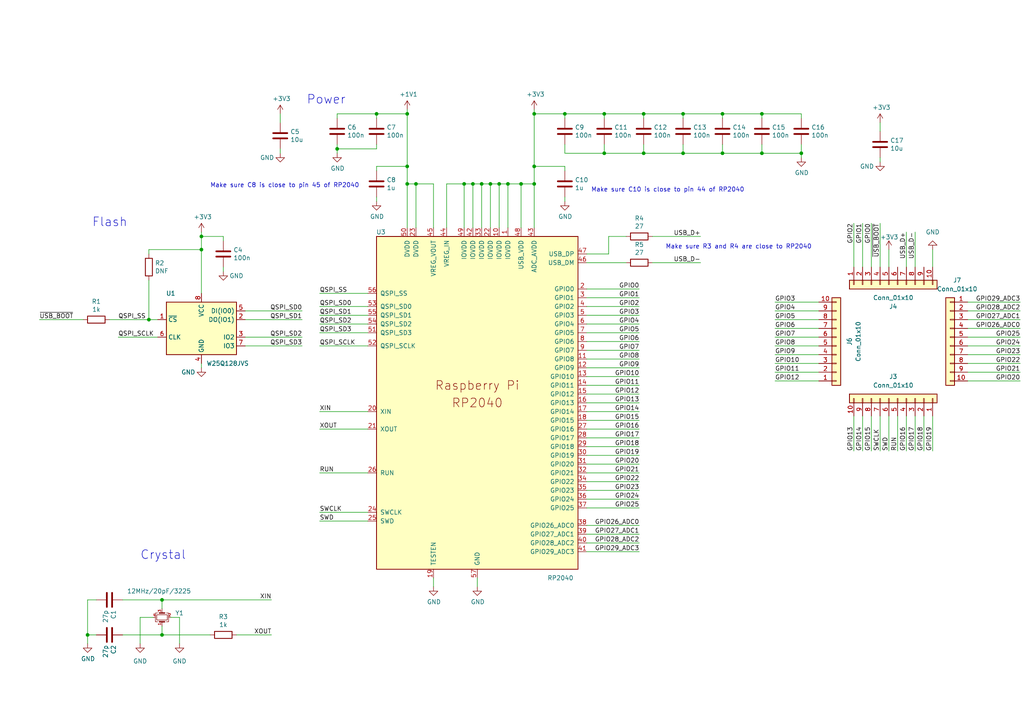
<source format=kicad_sch>
(kicad_sch (version 20210621) (generator eeschema)

  (uuid 1799ed8e-7085-4a59-8dc0-bd88d0949e99)

  (paper "A4")

  (lib_symbols
    (symbol "Connector_Generic:Conn_01x10" (pin_names (offset 1.016) hide) (in_bom yes) (on_board yes)
      (property "Reference" "J" (id 0) (at 0 12.7 0)
        (effects (font (size 1.27 1.27)))
      )
      (property "Value" "Conn_01x10" (id 1) (at 0 -15.24 0)
        (effects (font (size 1.27 1.27)))
      )
      (property "Footprint" "" (id 2) (at 0 0 0)
        (effects (font (size 1.27 1.27)) hide)
      )
      (property "Datasheet" "~" (id 3) (at 0 0 0)
        (effects (font (size 1.27 1.27)) hide)
      )
      (property "ki_keywords" "connector" (id 4) (at 0 0 0)
        (effects (font (size 1.27 1.27)) hide)
      )
      (property "ki_description" "Generic connector, single row, 01x10, script generated (kicad-library-utils/schlib/autogen/connector/)" (id 5) (at 0 0 0)
        (effects (font (size 1.27 1.27)) hide)
      )
      (property "ki_fp_filters" "Connector*:*_1x??_*" (id 6) (at 0 0 0)
        (effects (font (size 1.27 1.27)) hide)
      )
      (symbol "Conn_01x10_1_1"
        (rectangle (start -1.27 -12.573) (end 0 -12.827)
          (stroke (width 0.1524)) (fill (type none))
        )
        (rectangle (start -1.27 -10.033) (end 0 -10.287)
          (stroke (width 0.1524)) (fill (type none))
        )
        (rectangle (start -1.27 -7.493) (end 0 -7.747)
          (stroke (width 0.1524)) (fill (type none))
        )
        (rectangle (start -1.27 -4.953) (end 0 -5.207)
          (stroke (width 0.1524)) (fill (type none))
        )
        (rectangle (start -1.27 -2.413) (end 0 -2.667)
          (stroke (width 0.1524)) (fill (type none))
        )
        (rectangle (start -1.27 0.127) (end 0 -0.127)
          (stroke (width 0.1524)) (fill (type none))
        )
        (rectangle (start -1.27 2.667) (end 0 2.413)
          (stroke (width 0.1524)) (fill (type none))
        )
        (rectangle (start -1.27 5.207) (end 0 4.953)
          (stroke (width 0.1524)) (fill (type none))
        )
        (rectangle (start -1.27 7.747) (end 0 7.493)
          (stroke (width 0.1524)) (fill (type none))
        )
        (rectangle (start -1.27 10.287) (end 0 10.033)
          (stroke (width 0.1524)) (fill (type none))
        )
        (rectangle (start -1.27 11.43) (end 1.27 -13.97)
          (stroke (width 0.254)) (fill (type background))
        )
        (pin passive line (at -5.08 10.16 0) (length 3.81)
          (name "Pin_1" (effects (font (size 1.27 1.27))))
          (number "1" (effects (font (size 1.27 1.27))))
        )
        (pin passive line (at -5.08 -12.7 0) (length 3.81)
          (name "Pin_10" (effects (font (size 1.27 1.27))))
          (number "10" (effects (font (size 1.27 1.27))))
        )
        (pin passive line (at -5.08 7.62 0) (length 3.81)
          (name "Pin_2" (effects (font (size 1.27 1.27))))
          (number "2" (effects (font (size 1.27 1.27))))
        )
        (pin passive line (at -5.08 5.08 0) (length 3.81)
          (name "Pin_3" (effects (font (size 1.27 1.27))))
          (number "3" (effects (font (size 1.27 1.27))))
        )
        (pin passive line (at -5.08 2.54 0) (length 3.81)
          (name "Pin_4" (effects (font (size 1.27 1.27))))
          (number "4" (effects (font (size 1.27 1.27))))
        )
        (pin passive line (at -5.08 0 0) (length 3.81)
          (name "Pin_5" (effects (font (size 1.27 1.27))))
          (number "5" (effects (font (size 1.27 1.27))))
        )
        (pin passive line (at -5.08 -2.54 0) (length 3.81)
          (name "Pin_6" (effects (font (size 1.27 1.27))))
          (number "6" (effects (font (size 1.27 1.27))))
        )
        (pin passive line (at -5.08 -5.08 0) (length 3.81)
          (name "Pin_7" (effects (font (size 1.27 1.27))))
          (number "7" (effects (font (size 1.27 1.27))))
        )
        (pin passive line (at -5.08 -7.62 0) (length 3.81)
          (name "Pin_8" (effects (font (size 1.27 1.27))))
          (number "8" (effects (font (size 1.27 1.27))))
        )
        (pin passive line (at -5.08 -10.16 0) (length 3.81)
          (name "Pin_9" (effects (font (size 1.27 1.27))))
          (number "9" (effects (font (size 1.27 1.27))))
        )
      )
    )
    (symbol "Device:C" (pin_numbers hide) (pin_names (offset 0.254)) (in_bom yes) (on_board yes)
      (property "Reference" "C" (id 0) (at 0.635 2.54 0)
        (effects (font (size 1.27 1.27)) (justify left))
      )
      (property "Value" "C" (id 1) (at 0.635 -2.54 0)
        (effects (font (size 1.27 1.27)) (justify left))
      )
      (property "Footprint" "" (id 2) (at 0.9652 -3.81 0)
        (effects (font (size 1.27 1.27)) hide)
      )
      (property "Datasheet" "~" (id 3) (at 0 0 0)
        (effects (font (size 1.27 1.27)) hide)
      )
      (property "ki_keywords" "cap capacitor" (id 4) (at 0 0 0)
        (effects (font (size 1.27 1.27)) hide)
      )
      (property "ki_description" "Unpolarized capacitor" (id 5) (at 0 0 0)
        (effects (font (size 1.27 1.27)) hide)
      )
      (property "ki_fp_filters" "C_*" (id 6) (at 0 0 0)
        (effects (font (size 1.27 1.27)) hide)
      )
      (symbol "C_0_1"
        (polyline
          (pts
            (xy -2.032 -0.762)
            (xy 2.032 -0.762)
          )
          (stroke (width 0.508)) (fill (type none))
        )
        (polyline
          (pts
            (xy -2.032 0.762)
            (xy 2.032 0.762)
          )
          (stroke (width 0.508)) (fill (type none))
        )
      )
      (symbol "C_1_1"
        (pin passive line (at 0 3.81 270) (length 2.794)
          (name "~" (effects (font (size 1.27 1.27))))
          (number "1" (effects (font (size 1.27 1.27))))
        )
        (pin passive line (at 0 -3.81 90) (length 2.794)
          (name "~" (effects (font (size 1.27 1.27))))
          (number "2" (effects (font (size 1.27 1.27))))
        )
      )
    )
    (symbol "Device:Crystal_GND24_Small" (pin_names (offset 1.016) hide) (in_bom yes) (on_board yes)
      (property "Reference" "Y" (id 0) (at 1.27 4.445 0)
        (effects (font (size 1.27 1.27)) (justify left))
      )
      (property "Value" "Crystal_GND24_Small" (id 1) (at 1.27 2.54 0)
        (effects (font (size 1.27 1.27)) (justify left))
      )
      (property "Footprint" "" (id 2) (at 0 0 0)
        (effects (font (size 1.27 1.27)) hide)
      )
      (property "Datasheet" "~" (id 3) (at 0 0 0)
        (effects (font (size 1.27 1.27)) hide)
      )
      (property "ki_keywords" "quartz ceramic resonator oscillator" (id 4) (at 0 0 0)
        (effects (font (size 1.27 1.27)) hide)
      )
      (property "ki_description" "Four pin crystal, GND on pins 2 and 4, small symbol" (id 5) (at 0 0 0)
        (effects (font (size 1.27 1.27)) hide)
      )
      (property "ki_fp_filters" "Crystal*" (id 6) (at 0 0 0)
        (effects (font (size 1.27 1.27)) hide)
      )
      (symbol "Crystal_GND24_Small_0_1"
        (rectangle (start -0.762 -1.524) (end 0.762 1.524)
          (stroke (width 0)) (fill (type none))
        )
        (polyline
          (pts
            (xy -1.27 -0.762)
            (xy -1.27 0.762)
          )
          (stroke (width 0.381)) (fill (type none))
        )
        (polyline
          (pts
            (xy 1.27 -0.762)
            (xy 1.27 0.762)
          )
          (stroke (width 0.381)) (fill (type none))
        )
        (polyline
          (pts
            (xy -1.27 -1.27)
            (xy -1.27 -1.905)
            (xy 1.27 -1.905)
            (xy 1.27 -1.27)
          )
          (stroke (width 0)) (fill (type none))
        )
        (polyline
          (pts
            (xy -1.27 1.27)
            (xy -1.27 1.905)
            (xy 1.27 1.905)
            (xy 1.27 1.27)
          )
          (stroke (width 0)) (fill (type none))
        )
      )
      (symbol "Crystal_GND24_Small_1_1"
        (pin passive line (at -2.54 0 0) (length 1.27)
          (name "1" (effects (font (size 1.27 1.27))))
          (number "1" (effects (font (size 0.762 0.762))))
        )
        (pin passive line (at 0 -2.54 90) (length 0.635)
          (name "2" (effects (font (size 1.27 1.27))))
          (number "2" (effects (font (size 0.762 0.762))))
        )
        (pin passive line (at 2.54 0 180) (length 1.27)
          (name "3" (effects (font (size 1.27 1.27))))
          (number "3" (effects (font (size 0.762 0.762))))
        )
        (pin passive line (at 0 2.54 270) (length 0.635)
          (name "4" (effects (font (size 1.27 1.27))))
          (number "4" (effects (font (size 0.762 0.762))))
        )
      )
    )
    (symbol "Device:R" (pin_numbers hide) (pin_names (offset 0)) (in_bom yes) (on_board yes)
      (property "Reference" "R" (id 0) (at 2.032 0 90)
        (effects (font (size 1.27 1.27)))
      )
      (property "Value" "R" (id 1) (at 0 0 90)
        (effects (font (size 1.27 1.27)))
      )
      (property "Footprint" "" (id 2) (at -1.778 0 90)
        (effects (font (size 1.27 1.27)) hide)
      )
      (property "Datasheet" "~" (id 3) (at 0 0 0)
        (effects (font (size 1.27 1.27)) hide)
      )
      (property "ki_keywords" "R res resistor" (id 4) (at 0 0 0)
        (effects (font (size 1.27 1.27)) hide)
      )
      (property "ki_description" "Resistor" (id 5) (at 0 0 0)
        (effects (font (size 1.27 1.27)) hide)
      )
      (property "ki_fp_filters" "R_*" (id 6) (at 0 0 0)
        (effects (font (size 1.27 1.27)) hide)
      )
      (symbol "R_0_1"
        (rectangle (start -1.016 -2.54) (end 1.016 2.54)
          (stroke (width 0.254)) (fill (type none))
        )
      )
      (symbol "R_1_1"
        (pin passive line (at 0 3.81 270) (length 1.27)
          (name "~" (effects (font (size 1.27 1.27))))
          (number "1" (effects (font (size 1.27 1.27))))
        )
        (pin passive line (at 0 -3.81 90) (length 1.27)
          (name "~" (effects (font (size 1.27 1.27))))
          (number "2" (effects (font (size 1.27 1.27))))
        )
      )
    )
    (symbol "MCU_RaspberryPi_RP2040:RP2040" (pin_names (offset 1.016)) (in_bom yes) (on_board yes)
      (property "Reference" "U" (id 0) (at -29.21 49.53 0)
        (effects (font (size 1.27 1.27)))
      )
      (property "Value" "RP2040" (id 1) (at 24.13 -49.53 0)
        (effects (font (size 1.27 1.27)))
      )
      (property "Footprint" "RP2040_minimal:RP2040-QFN-56" (id 2) (at -19.05 0 0)
        (effects (font (size 1.27 1.27)) hide)
      )
      (property "Datasheet" "" (id 3) (at -19.05 0 0)
        (effects (font (size 1.27 1.27)) hide)
      )
      (symbol "RP2040_0_0"
        (text "Raspberry Pi" (at 0 5.08 0)
          (effects (font (size 2.54 2.54)))
        )
        (text "RP2040" (at 0 0 0)
          (effects (font (size 2.54 2.54)))
        )
      )
      (symbol "RP2040_0_1"
        (rectangle (start 29.21 48.26) (end -29.21 -48.26)
          (stroke (width 0.254)) (fill (type background))
        )
      )
      (symbol "RP2040_1_1"
        (pin power_in line (at 8.89 50.8 270) (length 2.54)
          (name "IOVDD" (effects (font (size 1.27 1.27))))
          (number "1" (effects (font (size 1.27 1.27))))
        )
        (pin power_in line (at 6.35 50.8 270) (length 2.54)
          (name "IOVDD" (effects (font (size 1.27 1.27))))
          (number "10" (effects (font (size 1.27 1.27))))
        )
        (pin bidirectional line (at 31.75 12.7 180) (length 2.54)
          (name "GPIO8" (effects (font (size 1.27 1.27))))
          (number "11" (effects (font (size 1.27 1.27))))
        )
        (pin bidirectional line (at 31.75 10.16 180) (length 2.54)
          (name "GPIO9" (effects (font (size 1.27 1.27))))
          (number "12" (effects (font (size 1.27 1.27))))
        )
        (pin bidirectional line (at 31.75 7.62 180) (length 2.54)
          (name "GPIO10" (effects (font (size 1.27 1.27))))
          (number "13" (effects (font (size 1.27 1.27))))
        )
        (pin bidirectional line (at 31.75 5.08 180) (length 2.54)
          (name "GPIO11" (effects (font (size 1.27 1.27))))
          (number "14" (effects (font (size 1.27 1.27))))
        )
        (pin bidirectional line (at 31.75 2.54 180) (length 2.54)
          (name "GPIO12" (effects (font (size 1.27 1.27))))
          (number "15" (effects (font (size 1.27 1.27))))
        )
        (pin bidirectional line (at 31.75 0 180) (length 2.54)
          (name "GPIO13" (effects (font (size 1.27 1.27))))
          (number "16" (effects (font (size 1.27 1.27))))
        )
        (pin bidirectional line (at 31.75 -2.54 180) (length 2.54)
          (name "GPIO14" (effects (font (size 1.27 1.27))))
          (number "17" (effects (font (size 1.27 1.27))))
        )
        (pin bidirectional line (at 31.75 -5.08 180) (length 2.54)
          (name "GPIO15" (effects (font (size 1.27 1.27))))
          (number "18" (effects (font (size 1.27 1.27))))
        )
        (pin passive line (at -12.7 -50.8 90) (length 2.54)
          (name "TESTEN" (effects (font (size 1.27 1.27))))
          (number "19" (effects (font (size 1.27 1.27))))
        )
        (pin bidirectional line (at 31.75 33.02 180) (length 2.54)
          (name "GPIO0" (effects (font (size 1.27 1.27))))
          (number "2" (effects (font (size 1.27 1.27))))
        )
        (pin input line (at -31.75 -2.54 0) (length 2.54)
          (name "XIN" (effects (font (size 1.27 1.27))))
          (number "20" (effects (font (size 1.27 1.27))))
        )
        (pin passive line (at -31.75 -7.62 0) (length 2.54)
          (name "XOUT" (effects (font (size 1.27 1.27))))
          (number "21" (effects (font (size 1.27 1.27))))
        )
        (pin power_in line (at 3.81 50.8 270) (length 2.54)
          (name "IOVDD" (effects (font (size 1.27 1.27))))
          (number "22" (effects (font (size 1.27 1.27))))
        )
        (pin power_in line (at -17.78 50.8 270) (length 2.54)
          (name "DVDD" (effects (font (size 1.27 1.27))))
          (number "23" (effects (font (size 1.27 1.27))))
        )
        (pin output line (at -31.75 -31.75 0) (length 2.54)
          (name "SWCLK" (effects (font (size 1.27 1.27))))
          (number "24" (effects (font (size 1.27 1.27))))
        )
        (pin bidirectional line (at -31.75 -34.29 0) (length 2.54)
          (name "SWD" (effects (font (size 1.27 1.27))))
          (number "25" (effects (font (size 1.27 1.27))))
        )
        (pin input line (at -31.75 -20.32 0) (length 2.54)
          (name "RUN" (effects (font (size 1.27 1.27))))
          (number "26" (effects (font (size 1.27 1.27))))
        )
        (pin bidirectional line (at 31.75 -7.62 180) (length 2.54)
          (name "GPIO16" (effects (font (size 1.27 1.27))))
          (number "27" (effects (font (size 1.27 1.27))))
        )
        (pin bidirectional line (at 31.75 -10.16 180) (length 2.54)
          (name "GPIO17" (effects (font (size 1.27 1.27))))
          (number "28" (effects (font (size 1.27 1.27))))
        )
        (pin bidirectional line (at 31.75 -12.7 180) (length 2.54)
          (name "GPIO18" (effects (font (size 1.27 1.27))))
          (number "29" (effects (font (size 1.27 1.27))))
        )
        (pin bidirectional line (at 31.75 30.48 180) (length 2.54)
          (name "GPIO1" (effects (font (size 1.27 1.27))))
          (number "3" (effects (font (size 1.27 1.27))))
        )
        (pin bidirectional line (at 31.75 -15.24 180) (length 2.54)
          (name "GPIO19" (effects (font (size 1.27 1.27))))
          (number "30" (effects (font (size 1.27 1.27))))
        )
        (pin bidirectional line (at 31.75 -17.78 180) (length 2.54)
          (name "GPIO20" (effects (font (size 1.27 1.27))))
          (number "31" (effects (font (size 1.27 1.27))))
        )
        (pin bidirectional line (at 31.75 -20.32 180) (length 2.54)
          (name "GPIO21" (effects (font (size 1.27 1.27))))
          (number "32" (effects (font (size 1.27 1.27))))
        )
        (pin power_in line (at 1.27 50.8 270) (length 2.54)
          (name "IOVDD" (effects (font (size 1.27 1.27))))
          (number "33" (effects (font (size 1.27 1.27))))
        )
        (pin bidirectional line (at 31.75 -22.86 180) (length 2.54)
          (name "GPIO22" (effects (font (size 1.27 1.27))))
          (number "34" (effects (font (size 1.27 1.27))))
        )
        (pin bidirectional line (at 31.75 -25.4 180) (length 2.54)
          (name "GPIO23" (effects (font (size 1.27 1.27))))
          (number "35" (effects (font (size 1.27 1.27))))
        )
        (pin bidirectional line (at 31.75 -27.94 180) (length 2.54)
          (name "GPIO24" (effects (font (size 1.27 1.27))))
          (number "36" (effects (font (size 1.27 1.27))))
        )
        (pin bidirectional line (at 31.75 -30.48 180) (length 2.54)
          (name "GPIO25" (effects (font (size 1.27 1.27))))
          (number "37" (effects (font (size 1.27 1.27))))
        )
        (pin bidirectional line (at 31.75 -35.56 180) (length 2.54)
          (name "GPIO26_ADC0" (effects (font (size 1.27 1.27))))
          (number "38" (effects (font (size 1.27 1.27))))
        )
        (pin bidirectional line (at 31.75 -38.1 180) (length 2.54)
          (name "GPIO27_ADC1" (effects (font (size 1.27 1.27))))
          (number "39" (effects (font (size 1.27 1.27))))
        )
        (pin bidirectional line (at 31.75 27.94 180) (length 2.54)
          (name "GPIO2" (effects (font (size 1.27 1.27))))
          (number "4" (effects (font (size 1.27 1.27))))
        )
        (pin bidirectional line (at 31.75 -40.64 180) (length 2.54)
          (name "GPIO28_ADC2" (effects (font (size 1.27 1.27))))
          (number "40" (effects (font (size 1.27 1.27))))
        )
        (pin bidirectional line (at 31.75 -43.18 180) (length 2.54)
          (name "GPIO29_ADC3" (effects (font (size 1.27 1.27))))
          (number "41" (effects (font (size 1.27 1.27))))
        )
        (pin power_in line (at -1.27 50.8 270) (length 2.54)
          (name "IOVDD" (effects (font (size 1.27 1.27))))
          (number "42" (effects (font (size 1.27 1.27))))
        )
        (pin power_in line (at 16.51 50.8 270) (length 2.54)
          (name "ADC_AVDD" (effects (font (size 1.27 1.27))))
          (number "43" (effects (font (size 1.27 1.27))))
        )
        (pin power_in line (at -8.89 50.8 270) (length 2.54)
          (name "VREG_IN" (effects (font (size 1.27 1.27))))
          (number "44" (effects (font (size 1.27 1.27))))
        )
        (pin power_out line (at -12.7 50.8 270) (length 2.54)
          (name "VREG_VOUT" (effects (font (size 1.27 1.27))))
          (number "45" (effects (font (size 1.27 1.27))))
        )
        (pin bidirectional line (at 31.75 40.64 180) (length 2.54)
          (name "USB_DM" (effects (font (size 1.27 1.27))))
          (number "46" (effects (font (size 1.27 1.27))))
        )
        (pin bidirectional line (at 31.75 43.18 180) (length 2.54)
          (name "USB_DP" (effects (font (size 1.27 1.27))))
          (number "47" (effects (font (size 1.27 1.27))))
        )
        (pin power_in line (at 12.7 50.8 270) (length 2.54)
          (name "USB_VDD" (effects (font (size 1.27 1.27))))
          (number "48" (effects (font (size 1.27 1.27))))
        )
        (pin power_in line (at -3.81 50.8 270) (length 2.54)
          (name "IOVDD" (effects (font (size 1.27 1.27))))
          (number "49" (effects (font (size 1.27 1.27))))
        )
        (pin bidirectional line (at 31.75 25.4 180) (length 2.54)
          (name "GPIO3" (effects (font (size 1.27 1.27))))
          (number "5" (effects (font (size 1.27 1.27))))
        )
        (pin power_in line (at -20.32 50.8 270) (length 2.54)
          (name "DVDD" (effects (font (size 1.27 1.27))))
          (number "50" (effects (font (size 1.27 1.27))))
        )
        (pin bidirectional line (at -31.75 20.32 0) (length 2.54)
          (name "QSPI_SD3" (effects (font (size 1.27 1.27))))
          (number "51" (effects (font (size 1.27 1.27))))
        )
        (pin output line (at -31.75 16.51 0) (length 2.54)
          (name "QSPI_SCLK" (effects (font (size 1.27 1.27))))
          (number "52" (effects (font (size 1.27 1.27))))
        )
        (pin bidirectional line (at -31.75 27.94 0) (length 2.54)
          (name "QSPI_SD0" (effects (font (size 1.27 1.27))))
          (number "53" (effects (font (size 1.27 1.27))))
        )
        (pin bidirectional line (at -31.75 22.86 0) (length 2.54)
          (name "QSPI_SD2" (effects (font (size 1.27 1.27))))
          (number "54" (effects (font (size 1.27 1.27))))
        )
        (pin bidirectional line (at -31.75 25.4 0) (length 2.54)
          (name "QSPI_SD1" (effects (font (size 1.27 1.27))))
          (number "55" (effects (font (size 1.27 1.27))))
        )
        (pin bidirectional line (at -31.75 31.75 0) (length 2.54)
          (name "QSPI_SS" (effects (font (size 1.27 1.27))))
          (number "56" (effects (font (size 1.27 1.27))))
        )
        (pin power_in line (at 0 -50.8 90) (length 2.54)
          (name "GND" (effects (font (size 1.27 1.27))))
          (number "57" (effects (font (size 1.27 1.27))))
        )
        (pin bidirectional line (at 31.75 22.86 180) (length 2.54)
          (name "GPIO4" (effects (font (size 1.27 1.27))))
          (number "6" (effects (font (size 1.27 1.27))))
        )
        (pin bidirectional line (at 31.75 20.32 180) (length 2.54)
          (name "GPIO5" (effects (font (size 1.27 1.27))))
          (number "7" (effects (font (size 1.27 1.27))))
        )
        (pin bidirectional line (at 31.75 17.78 180) (length 2.54)
          (name "GPIO6" (effects (font (size 1.27 1.27))))
          (number "8" (effects (font (size 1.27 1.27))))
        )
        (pin bidirectional line (at 31.75 15.24 180) (length 2.54)
          (name "GPIO7" (effects (font (size 1.27 1.27))))
          (number "9" (effects (font (size 1.27 1.27))))
        )
      )
    )
    (symbol "Memory_Flash:W25Q128JVS" (in_bom yes) (on_board yes)
      (property "Reference" "U" (id 0) (at -8.89 8.89 0)
        (effects (font (size 1.27 1.27)))
      )
      (property "Value" "W25Q128JVS" (id 1) (at 7.62 8.89 0)
        (effects (font (size 1.27 1.27)))
      )
      (property "Footprint" "Package_SO:SOIC-8_5.23x5.23mm_P1.27mm" (id 2) (at 0 0 0)
        (effects (font (size 1.27 1.27)) hide)
      )
      (property "Datasheet" "http://www.winbond.com/resource-files/w25q128jv_dtr%20revc%2003272018%20plus.pdf" (id 3) (at 0 0 0)
        (effects (font (size 1.27 1.27)) hide)
      )
      (property "ki_keywords" "flash memory SPI QPI DTR" (id 4) (at 0 0 0)
        (effects (font (size 1.27 1.27)) hide)
      )
      (property "ki_description" "128Mb Serial Flash Memory, Standard/Dual/Quad SPI, SOIC-8" (id 5) (at 0 0 0)
        (effects (font (size 1.27 1.27)) hide)
      )
      (property "ki_fp_filters" "SOIC*5.23x5.23mm*P1.27mm*" (id 6) (at 0 0 0)
        (effects (font (size 1.27 1.27)) hide)
      )
      (symbol "W25Q128JVS_0_1"
        (rectangle (start -10.16 7.62) (end 10.16 -7.62)
          (stroke (width 0.254)) (fill (type background))
        )
      )
      (symbol "W25Q128JVS_1_1"
        (pin input line (at -12.7 2.54 0) (length 2.54)
          (name "~{CS}" (effects (font (size 1.27 1.27))))
          (number "1" (effects (font (size 1.27 1.27))))
        )
        (pin bidirectional line (at 12.7 2.54 180) (length 2.54)
          (name "DO(IO1)" (effects (font (size 1.27 1.27))))
          (number "2" (effects (font (size 1.27 1.27))))
        )
        (pin bidirectional line (at 12.7 -2.54 180) (length 2.54)
          (name "IO2" (effects (font (size 1.27 1.27))))
          (number "3" (effects (font (size 1.27 1.27))))
        )
        (pin power_in line (at 0 -10.16 90) (length 2.54)
          (name "GND" (effects (font (size 1.27 1.27))))
          (number "4" (effects (font (size 1.27 1.27))))
        )
        (pin bidirectional line (at 12.7 5.08 180) (length 2.54)
          (name "DI(IO0)" (effects (font (size 1.27 1.27))))
          (number "5" (effects (font (size 1.27 1.27))))
        )
        (pin input line (at -12.7 -2.54 0) (length 2.54)
          (name "CLK" (effects (font (size 1.27 1.27))))
          (number "6" (effects (font (size 1.27 1.27))))
        )
        (pin bidirectional line (at 12.7 -5.08 180) (length 2.54)
          (name "IO3" (effects (font (size 1.27 1.27))))
          (number "7" (effects (font (size 1.27 1.27))))
        )
        (pin power_in line (at 0 10.16 270) (length 2.54)
          (name "VCC" (effects (font (size 1.27 1.27))))
          (number "8" (effects (font (size 1.27 1.27))))
        )
      )
    )
    (symbol "power:+1V1" (power) (pin_names (offset 0)) (in_bom yes) (on_board yes)
      (property "Reference" "#PWR" (id 0) (at 0 -3.81 0)
        (effects (font (size 1.27 1.27)) hide)
      )
      (property "Value" "+1V1" (id 1) (at 0 3.556 0)
        (effects (font (size 1.27 1.27)))
      )
      (property "Footprint" "" (id 2) (at 0 0 0)
        (effects (font (size 1.27 1.27)) hide)
      )
      (property "Datasheet" "" (id 3) (at 0 0 0)
        (effects (font (size 1.27 1.27)) hide)
      )
      (property "ki_keywords" "power-flag" (id 4) (at 0 0 0)
        (effects (font (size 1.27 1.27)) hide)
      )
      (property "ki_description" "Power symbol creates a global label with name \"+1V1\"" (id 5) (at 0 0 0)
        (effects (font (size 1.27 1.27)) hide)
      )
      (symbol "+1V1_0_1"
        (polyline
          (pts
            (xy -0.762 1.27)
            (xy 0 2.54)
          )
          (stroke (width 0)) (fill (type none))
        )
        (polyline
          (pts
            (xy 0 0)
            (xy 0 2.54)
          )
          (stroke (width 0)) (fill (type none))
        )
        (polyline
          (pts
            (xy 0 2.54)
            (xy 0.762 1.27)
          )
          (stroke (width 0)) (fill (type none))
        )
      )
      (symbol "+1V1_1_1"
        (pin power_in line (at 0 0 90) (length 0) hide
          (name "+1V1" (effects (font (size 1.27 1.27))))
          (number "1" (effects (font (size 1.27 1.27))))
        )
      )
    )
    (symbol "power:+3V3" (power) (pin_names (offset 0)) (in_bom yes) (on_board yes)
      (property "Reference" "#PWR" (id 0) (at 0 -3.81 0)
        (effects (font (size 1.27 1.27)) hide)
      )
      (property "Value" "+3V3" (id 1) (at 0 3.556 0)
        (effects (font (size 1.27 1.27)))
      )
      (property "Footprint" "" (id 2) (at 0 0 0)
        (effects (font (size 1.27 1.27)) hide)
      )
      (property "Datasheet" "" (id 3) (at 0 0 0)
        (effects (font (size 1.27 1.27)) hide)
      )
      (property "ki_keywords" "power-flag" (id 4) (at 0 0 0)
        (effects (font (size 1.27 1.27)) hide)
      )
      (property "ki_description" "Power symbol creates a global label with name \"+3V3\"" (id 5) (at 0 0 0)
        (effects (font (size 1.27 1.27)) hide)
      )
      (symbol "+3V3_0_1"
        (polyline
          (pts
            (xy -0.762 1.27)
            (xy 0 2.54)
          )
          (stroke (width 0)) (fill (type none))
        )
        (polyline
          (pts
            (xy 0 0)
            (xy 0 2.54)
          )
          (stroke (width 0)) (fill (type none))
        )
        (polyline
          (pts
            (xy 0 2.54)
            (xy 0.762 1.27)
          )
          (stroke (width 0)) (fill (type none))
        )
      )
      (symbol "+3V3_1_1"
        (pin power_in line (at 0 0 90) (length 0) hide
          (name "+3V3" (effects (font (size 1.27 1.27))))
          (number "1" (effects (font (size 1.27 1.27))))
        )
      )
    )
    (symbol "power:GND" (power) (pin_names (offset 0)) (in_bom yes) (on_board yes)
      (property "Reference" "#PWR" (id 0) (at 0 -6.35 0)
        (effects (font (size 1.27 1.27)) hide)
      )
      (property "Value" "GND" (id 1) (at 0 -3.81 0)
        (effects (font (size 1.27 1.27)))
      )
      (property "Footprint" "" (id 2) (at 0 0 0)
        (effects (font (size 1.27 1.27)) hide)
      )
      (property "Datasheet" "" (id 3) (at 0 0 0)
        (effects (font (size 1.27 1.27)) hide)
      )
      (property "ki_keywords" "power-flag" (id 4) (at 0 0 0)
        (effects (font (size 1.27 1.27)) hide)
      )
      (property "ki_description" "Power symbol creates a global label with name \"GND\" , ground" (id 5) (at 0 0 0)
        (effects (font (size 1.27 1.27)) hide)
      )
      (symbol "GND_0_1"
        (polyline
          (pts
            (xy 0 0)
            (xy 0 -1.27)
            (xy 1.27 -1.27)
            (xy 0 -2.54)
            (xy -1.27 -1.27)
            (xy 0 -1.27)
          )
          (stroke (width 0)) (fill (type none))
        )
      )
      (symbol "GND_1_1"
        (pin power_in line (at 0 0 270) (length 0) hide
          (name "GND" (effects (font (size 1.27 1.27))))
          (number "1" (effects (font (size 1.27 1.27))))
        )
      )
    )
  )

  (junction (at 25.4 184.15) (diameter 0) (color 0 0 0 0))
  (junction (at 43.18 92.71) (diameter 0) (color 0 0 0 0))
  (junction (at 46.99 173.99) (diameter 0) (color 0 0 0 0))
  (junction (at 46.99 184.15) (diameter 0) (color 0 0 0 0))
  (junction (at 58.42 68.58) (diameter 0) (color 0 0 0 0))
  (junction (at 58.42 72.39) (diameter 0) (color 0 0 0 0))
  (junction (at 97.79 43.18) (diameter 0) (color 0 0 0 0))
  (junction (at 109.22 33.02) (diameter 0) (color 0 0 0 0))
  (junction (at 118.11 33.02) (diameter 0) (color 0 0 0 0))
  (junction (at 118.11 48.26) (diameter 0) (color 0 0 0 0))
  (junction (at 118.11 53.34) (diameter 0) (color 0 0 0 0))
  (junction (at 120.65 53.34) (diameter 0) (color 0 0 0 0))
  (junction (at 134.62 53.34) (diameter 0) (color 0 0 0 0))
  (junction (at 137.16 53.34) (diameter 0) (color 0 0 0 0))
  (junction (at 139.7 53.34) (diameter 0) (color 0 0 0 0))
  (junction (at 142.24 53.34) (diameter 0) (color 0 0 0 0))
  (junction (at 144.78 53.34) (diameter 0) (color 0 0 0 0))
  (junction (at 147.32 53.34) (diameter 0) (color 0 0 0 0))
  (junction (at 151.13 53.34) (diameter 0) (color 0 0 0 0))
  (junction (at 154.94 33.02) (diameter 0) (color 0 0 0 0))
  (junction (at 154.94 48.26) (diameter 0) (color 0 0 0 0))
  (junction (at 154.94 53.34) (diameter 0) (color 0 0 0 0))
  (junction (at 163.83 33.02) (diameter 0) (color 0 0 0 0))
  (junction (at 175.26 33.02) (diameter 0) (color 0 0 0 0))
  (junction (at 175.26 44.45) (diameter 0) (color 0 0 0 0))
  (junction (at 186.69 33.02) (diameter 0) (color 0 0 0 0))
  (junction (at 186.69 44.45) (diameter 0) (color 0 0 0 0))
  (junction (at 198.12 33.02) (diameter 0) (color 0 0 0 0))
  (junction (at 198.12 44.45) (diameter 0) (color 0 0 0 0))
  (junction (at 209.55 33.02) (diameter 0) (color 0 0 0 0))
  (junction (at 209.55 44.45) (diameter 0) (color 0 0 0 0))
  (junction (at 220.98 33.02) (diameter 0) (color 0 0 0 0))
  (junction (at 220.98 44.45) (diameter 0) (color 0 0 0 0))
  (junction (at 232.41 44.45) (diameter 0) (color 0 0 0 0))

  (wire (pts (xy 24.13 92.71) (xy 11.43 92.71))
    (stroke (width 0) (type default) (color 0 0 0 0))
    (uuid 1487ebcb-959e-439b-b4e1-ed79667f7c55)
  )
  (wire (pts (xy 25.4 173.99) (xy 25.4 184.15))
    (stroke (width 0) (type default) (color 0 0 0 0))
    (uuid aa409413-9df3-4e53-b5d0-95ac5921c0fb)
  )
  (wire (pts (xy 25.4 184.15) (xy 25.4 186.69))
    (stroke (width 0) (type default) (color 0 0 0 0))
    (uuid a747ee32-b974-4c32-a5e8-566357ef607b)
  )
  (wire (pts (xy 27.94 173.99) (xy 25.4 173.99))
    (stroke (width 0) (type default) (color 0 0 0 0))
    (uuid 96c919a1-4bb6-4489-95da-bfb3c1c7c510)
  )
  (wire (pts (xy 27.94 184.15) (xy 25.4 184.15))
    (stroke (width 0) (type default) (color 0 0 0 0))
    (uuid bca7515f-6a14-4d63-b01a-f95469fcae64)
  )
  (wire (pts (xy 31.75 92.71) (xy 43.18 92.71))
    (stroke (width 0) (type default) (color 0 0 0 0))
    (uuid 08db622d-bf05-4b3f-a462-bd3962405efe)
  )
  (wire (pts (xy 34.29 97.79) (xy 45.72 97.79))
    (stroke (width 0) (type default) (color 0 0 0 0))
    (uuid 39bff64f-6e78-429b-8f10-000139aa803a)
  )
  (wire (pts (xy 35.56 173.99) (xy 46.99 173.99))
    (stroke (width 0) (type default) (color 0 0 0 0))
    (uuid e421b2dd-6e8f-4aec-a286-fc1af2c6dc86)
  )
  (wire (pts (xy 35.56 184.15) (xy 46.99 184.15))
    (stroke (width 0) (type default) (color 0 0 0 0))
    (uuid 78556cd9-4cbd-4e34-be11-bfcbcb666f8a)
  )
  (wire (pts (xy 40.64 179.07) (xy 44.45 179.07))
    (stroke (width 0) (type default) (color 0 0 0 0))
    (uuid 5ba0595a-e66b-4161-8b6e-1fa4fbfae253)
  )
  (wire (pts (xy 40.64 186.69) (xy 40.64 179.07))
    (stroke (width 0) (type default) (color 0 0 0 0))
    (uuid fe5658bc-7691-449c-a7d4-7e3dea1b1005)
  )
  (wire (pts (xy 43.18 72.39) (xy 58.42 72.39))
    (stroke (width 0) (type default) (color 0 0 0 0))
    (uuid 2d27cb80-f374-4cc5-a6f0-0ea965687aad)
  )
  (wire (pts (xy 43.18 73.66) (xy 43.18 72.39))
    (stroke (width 0) (type default) (color 0 0 0 0))
    (uuid 35ceccdd-d543-49c7-ae05-2927a39de1ef)
  )
  (wire (pts (xy 43.18 81.28) (xy 43.18 92.71))
    (stroke (width 0) (type default) (color 0 0 0 0))
    (uuid 0fddf03b-6a78-4e10-9caa-21bf0bc77ae2)
  )
  (wire (pts (xy 43.18 92.71) (xy 45.72 92.71))
    (stroke (width 0) (type default) (color 0 0 0 0))
    (uuid 91e90566-bf61-40f7-8e75-406b68ce78e3)
  )
  (wire (pts (xy 46.99 173.99) (xy 46.99 176.53))
    (stroke (width 0) (type default) (color 0 0 0 0))
    (uuid 7b06588e-bf54-4dc9-bb7d-077eb0428259)
  )
  (wire (pts (xy 46.99 173.99) (xy 78.74 173.99))
    (stroke (width 0) (type default) (color 0 0 0 0))
    (uuid da009f8f-1b43-47b6-84f8-7bb11aabbd03)
  )
  (wire (pts (xy 46.99 181.61) (xy 46.99 184.15))
    (stroke (width 0) (type default) (color 0 0 0 0))
    (uuid aa37bac3-6ada-4042-8db7-7d74ebabc007)
  )
  (wire (pts (xy 46.99 184.15) (xy 60.96 184.15))
    (stroke (width 0) (type default) (color 0 0 0 0))
    (uuid 12a886f5-cf2a-485c-9bb2-623f055058be)
  )
  (wire (pts (xy 49.53 179.07) (xy 52.07 179.07))
    (stroke (width 0) (type default) (color 0 0 0 0))
    (uuid 8a2697e4-e528-4c84-8bbd-7db0f536eaed)
  )
  (wire (pts (xy 52.07 186.69) (xy 52.07 179.07))
    (stroke (width 0) (type default) (color 0 0 0 0))
    (uuid 8050064f-d36d-495f-8ae0-a70f96db790e)
  )
  (wire (pts (xy 58.42 67.31) (xy 58.42 68.58))
    (stroke (width 0) (type default) (color 0 0 0 0))
    (uuid 24457b52-25f5-463f-9aae-d7317685021d)
  )
  (wire (pts (xy 58.42 68.58) (xy 58.42 72.39))
    (stroke (width 0) (type default) (color 0 0 0 0))
    (uuid c89743f3-2d64-40be-9283-99418ecb3641)
  )
  (wire (pts (xy 58.42 72.39) (xy 58.42 85.09))
    (stroke (width 0) (type default) (color 0 0 0 0))
    (uuid 754d1ff4-c74a-47a8-b546-e12f9b20d26f)
  )
  (wire (pts (xy 58.42 105.41) (xy 58.42 106.68))
    (stroke (width 0) (type default) (color 0 0 0 0))
    (uuid 2594c2c9-aad9-4974-939a-1bcb6d59f25a)
  )
  (wire (pts (xy 64.77 68.58) (xy 58.42 68.58))
    (stroke (width 0) (type default) (color 0 0 0 0))
    (uuid 335ad291-9bdd-4c5f-b9e4-142247b0c57a)
  )
  (wire (pts (xy 64.77 69.85) (xy 64.77 68.58))
    (stroke (width 0) (type default) (color 0 0 0 0))
    (uuid 9a703953-1ddc-40e7-a234-c0e523548b6b)
  )
  (wire (pts (xy 64.77 77.47) (xy 64.77 78.74))
    (stroke (width 0) (type default) (color 0 0 0 0))
    (uuid d581b8b8-4b2c-4648-921d-e2ff2c3d274a)
  )
  (wire (pts (xy 68.58 184.15) (xy 78.74 184.15))
    (stroke (width 0) (type default) (color 0 0 0 0))
    (uuid 4bdf8e85-d660-42a0-960c-06d480fa2ff4)
  )
  (wire (pts (xy 71.12 90.17) (xy 87.63 90.17))
    (stroke (width 0) (type default) (color 0 0 0 0))
    (uuid 1290c280-b7b2-4247-bf0b-3c45ba4bdbfc)
  )
  (wire (pts (xy 71.12 92.71) (xy 87.63 92.71))
    (stroke (width 0) (type default) (color 0 0 0 0))
    (uuid d53750ad-b896-43c8-b74f-ce69a6836ec9)
  )
  (wire (pts (xy 71.12 97.79) (xy 87.63 97.79))
    (stroke (width 0) (type default) (color 0 0 0 0))
    (uuid 8b22f3ab-6b10-4309-96c1-8952ed2aebeb)
  )
  (wire (pts (xy 71.12 100.33) (xy 87.63 100.33))
    (stroke (width 0) (type default) (color 0 0 0 0))
    (uuid fc8e58ba-e7d7-43ba-bcef-e7e02b74adc8)
  )
  (wire (pts (xy 81.28 33.02) (xy 81.28 35.56))
    (stroke (width 0) (type default) (color 0 0 0 0))
    (uuid 8823fb12-2345-418b-abe6-3dbc2d06a391)
  )
  (wire (pts (xy 81.28 43.18) (xy 81.28 44.45))
    (stroke (width 0) (type default) (color 0 0 0 0))
    (uuid af5e87f4-baa1-4e65-8daa-2fb8c44b858b)
  )
  (wire (pts (xy 92.71 88.9) (xy 106.68 88.9))
    (stroke (width 0) (type default) (color 0 0 0 0))
    (uuid 3e12f3b6-83eb-432d-b61b-1669d1658e19)
  )
  (wire (pts (xy 92.71 91.44) (xy 106.68 91.44))
    (stroke (width 0) (type default) (color 0 0 0 0))
    (uuid 23bd3843-b011-40aa-a507-285436e79525)
  )
  (wire (pts (xy 92.71 93.98) (xy 106.68 93.98))
    (stroke (width 0) (type default) (color 0 0 0 0))
    (uuid 082b3e08-4c96-4ceb-9920-6ddc9fcd004a)
  )
  (wire (pts (xy 92.71 96.52) (xy 106.68 96.52))
    (stroke (width 0) (type default) (color 0 0 0 0))
    (uuid f506b657-f0ad-448e-93ba-ef25e293a60a)
  )
  (wire (pts (xy 92.71 119.38) (xy 106.68 119.38))
    (stroke (width 0) (type default) (color 0 0 0 0))
    (uuid 98ed7fc2-30c4-4886-ad7d-4ab6f66152b4)
  )
  (wire (pts (xy 97.79 33.02) (xy 109.22 33.02))
    (stroke (width 0) (type default) (color 0 0 0 0))
    (uuid f18ef0ca-2d3b-4fef-a4c0-e9aba1d85e1c)
  )
  (wire (pts (xy 97.79 34.29) (xy 97.79 33.02))
    (stroke (width 0) (type default) (color 0 0 0 0))
    (uuid a42c9a6a-6e3b-4ff9-9f53-b422512b41d6)
  )
  (wire (pts (xy 97.79 41.91) (xy 97.79 43.18))
    (stroke (width 0) (type default) (color 0 0 0 0))
    (uuid 0c74a01d-d8fb-4a06-863e-f8ebdbe07952)
  )
  (wire (pts (xy 97.79 43.18) (xy 97.79 44.45))
    (stroke (width 0) (type default) (color 0 0 0 0))
    (uuid 0f8d0222-e8e1-4178-bec9-a65ad7577cb7)
  )
  (wire (pts (xy 97.79 43.18) (xy 109.22 43.18))
    (stroke (width 0) (type default) (color 0 0 0 0))
    (uuid bb509fb7-1e17-485e-984c-62a5e7028287)
  )
  (wire (pts (xy 106.68 85.09) (xy 92.71 85.09))
    (stroke (width 0) (type default) (color 0 0 0 0))
    (uuid 8b8e9eb5-d247-435f-9ced-4b54c819076e)
  )
  (wire (pts (xy 106.68 100.33) (xy 92.71 100.33))
    (stroke (width 0) (type default) (color 0 0 0 0))
    (uuid 04de7391-0f3d-4342-8cc8-29398142ec5a)
  )
  (wire (pts (xy 106.68 124.46) (xy 92.71 124.46))
    (stroke (width 0) (type default) (color 0 0 0 0))
    (uuid 564def0b-3f71-4942-926e-7de37ae526c0)
  )
  (wire (pts (xy 106.68 137.16) (xy 92.71 137.16))
    (stroke (width 0) (type default) (color 0 0 0 0))
    (uuid 09ccbb11-199f-47f3-ba14-a0c5086b4493)
  )
  (wire (pts (xy 106.68 148.59) (xy 92.71 148.59))
    (stroke (width 0) (type default) (color 0 0 0 0))
    (uuid c47a2879-7fb3-481d-a686-e72662b8d8ae)
  )
  (wire (pts (xy 106.68 151.13) (xy 92.71 151.13))
    (stroke (width 0) (type default) (color 0 0 0 0))
    (uuid 814a1faa-a0ae-4096-84df-ad40016bc7b5)
  )
  (wire (pts (xy 109.22 33.02) (xy 118.11 33.02))
    (stroke (width 0) (type default) (color 0 0 0 0))
    (uuid 6854009f-15ef-493d-81e1-1c71c500e071)
  )
  (wire (pts (xy 109.22 34.29) (xy 109.22 33.02))
    (stroke (width 0) (type default) (color 0 0 0 0))
    (uuid 04bf476d-9049-443b-a925-c41d8e10bab0)
  )
  (wire (pts (xy 109.22 43.18) (xy 109.22 41.91))
    (stroke (width 0) (type default) (color 0 0 0 0))
    (uuid 14f6759b-0a68-4beb-bd6e-11ac25b7b20d)
  )
  (wire (pts (xy 109.22 48.26) (xy 118.11 48.26))
    (stroke (width 0) (type default) (color 0 0 0 0))
    (uuid c6daa1c7-578b-493f-8b34-b8ece8b5c0bd)
  )
  (wire (pts (xy 109.22 49.53) (xy 109.22 48.26))
    (stroke (width 0) (type default) (color 0 0 0 0))
    (uuid 8d022bba-afbe-4fda-b2df-cf5efb426dd4)
  )
  (wire (pts (xy 109.22 57.15) (xy 109.22 58.42))
    (stroke (width 0) (type default) (color 0 0 0 0))
    (uuid 410dfed3-a515-4cd6-81aa-7d212c3f6967)
  )
  (wire (pts (xy 118.11 31.75) (xy 118.11 33.02))
    (stroke (width 0) (type default) (color 0 0 0 0))
    (uuid c1a28905-390a-4bce-8bfa-c7c5cf8e9036)
  )
  (wire (pts (xy 118.11 33.02) (xy 118.11 48.26))
    (stroke (width 0) (type default) (color 0 0 0 0))
    (uuid 16c2ea48-eb57-420f-b8f2-cb3aea926fa2)
  )
  (wire (pts (xy 118.11 48.26) (xy 118.11 53.34))
    (stroke (width 0) (type default) (color 0 0 0 0))
    (uuid aa0bd483-3a53-4d8e-a734-5cd3921d60bd)
  )
  (wire (pts (xy 118.11 53.34) (xy 118.11 66.04))
    (stroke (width 0) (type default) (color 0 0 0 0))
    (uuid 4160f393-dede-4f33-8773-b9b019d22d96)
  )
  (wire (pts (xy 120.65 53.34) (xy 118.11 53.34))
    (stroke (width 0) (type default) (color 0 0 0 0))
    (uuid a9d3777f-f875-4087-865d-11f188a33a9d)
  )
  (wire (pts (xy 120.65 66.04) (xy 120.65 53.34))
    (stroke (width 0) (type default) (color 0 0 0 0))
    (uuid 0af60884-052a-4007-a872-f029b460920d)
  )
  (wire (pts (xy 125.73 53.34) (xy 120.65 53.34))
    (stroke (width 0) (type default) (color 0 0 0 0))
    (uuid 89c6c1c2-a0ac-469b-a7be-6bb8a692b91a)
  )
  (wire (pts (xy 125.73 66.04) (xy 125.73 53.34))
    (stroke (width 0) (type default) (color 0 0 0 0))
    (uuid 422b0f84-901e-49b1-b312-b2b12535797b)
  )
  (wire (pts (xy 125.73 167.64) (xy 125.73 170.18))
    (stroke (width 0) (type default) (color 0 0 0 0))
    (uuid 34fb92ee-5934-41c2-b23f-6f1519152ad0)
  )
  (wire (pts (xy 129.54 53.34) (xy 134.62 53.34))
    (stroke (width 0) (type default) (color 0 0 0 0))
    (uuid f7acd0b7-ad79-443d-9645-c63c362ffc9e)
  )
  (wire (pts (xy 129.54 66.04) (xy 129.54 53.34))
    (stroke (width 0) (type default) (color 0 0 0 0))
    (uuid ffabf289-0ad5-4bc6-863d-8e967b9b9f3e)
  )
  (wire (pts (xy 134.62 53.34) (xy 137.16 53.34))
    (stroke (width 0) (type default) (color 0 0 0 0))
    (uuid f246d4b4-23ad-4b87-bf9a-52dc29f58a12)
  )
  (wire (pts (xy 134.62 66.04) (xy 134.62 53.34))
    (stroke (width 0) (type default) (color 0 0 0 0))
    (uuid 5a532154-e406-412e-a091-35c95a00018b)
  )
  (wire (pts (xy 137.16 53.34) (xy 139.7 53.34))
    (stroke (width 0) (type default) (color 0 0 0 0))
    (uuid d4f0d14b-0ca0-4219-879c-379f22d0761e)
  )
  (wire (pts (xy 137.16 66.04) (xy 137.16 53.34))
    (stroke (width 0) (type default) (color 0 0 0 0))
    (uuid 03510c85-dea0-49cf-8262-ac24feec8e01)
  )
  (wire (pts (xy 138.43 167.64) (xy 138.43 170.18))
    (stroke (width 0) (type default) (color 0 0 0 0))
    (uuid d0bece37-fb49-472e-989a-ed382c5465af)
  )
  (wire (pts (xy 139.7 53.34) (xy 142.24 53.34))
    (stroke (width 0) (type default) (color 0 0 0 0))
    (uuid 405d18ec-ac22-4fea-8295-5cfb962c33ae)
  )
  (wire (pts (xy 139.7 66.04) (xy 139.7 53.34))
    (stroke (width 0) (type default) (color 0 0 0 0))
    (uuid 24af5dd2-9564-49fa-8dbb-f3a0d417a3be)
  )
  (wire (pts (xy 142.24 53.34) (xy 144.78 53.34))
    (stroke (width 0) (type default) (color 0 0 0 0))
    (uuid 0cb5875c-c06c-4635-9a85-9a5f209a86b1)
  )
  (wire (pts (xy 142.24 66.04) (xy 142.24 53.34))
    (stroke (width 0) (type default) (color 0 0 0 0))
    (uuid ab0396c2-0219-4028-bc1a-6d3a7aa2aab0)
  )
  (wire (pts (xy 144.78 53.34) (xy 147.32 53.34))
    (stroke (width 0) (type default) (color 0 0 0 0))
    (uuid 431dda8e-78f2-4ea2-8acc-9fcb07c46abe)
  )
  (wire (pts (xy 144.78 66.04) (xy 144.78 53.34))
    (stroke (width 0) (type default) (color 0 0 0 0))
    (uuid bfd4e6d2-89eb-45d4-a4af-8f78767f0e05)
  )
  (wire (pts (xy 147.32 53.34) (xy 147.32 66.04))
    (stroke (width 0) (type default) (color 0 0 0 0))
    (uuid 596c1ca2-9d7c-4d2f-9681-96d5c67df04e)
  )
  (wire (pts (xy 147.32 53.34) (xy 151.13 53.34))
    (stroke (width 0) (type default) (color 0 0 0 0))
    (uuid da670539-095f-4efe-a778-c6c5bd45ee37)
  )
  (wire (pts (xy 151.13 53.34) (xy 154.94 53.34))
    (stroke (width 0) (type default) (color 0 0 0 0))
    (uuid c5223605-21e6-4486-8056-30b88b726d1a)
  )
  (wire (pts (xy 151.13 66.04) (xy 151.13 53.34))
    (stroke (width 0) (type default) (color 0 0 0 0))
    (uuid 34a3b331-c13e-40fd-96e7-989e6cdf9286)
  )
  (wire (pts (xy 154.94 31.75) (xy 154.94 33.02))
    (stroke (width 0) (type default) (color 0 0 0 0))
    (uuid 2e827b07-5c88-48d9-85c9-32f4c6c4c98d)
  )
  (wire (pts (xy 154.94 33.02) (xy 154.94 48.26))
    (stroke (width 0) (type default) (color 0 0 0 0))
    (uuid 17ff481e-b38d-4f64-bf0e-1c025ad4fe40)
  )
  (wire (pts (xy 154.94 33.02) (xy 163.83 33.02))
    (stroke (width 0) (type default) (color 0 0 0 0))
    (uuid 7444cef6-0d36-4121-a676-1bc039f5b4a5)
  )
  (wire (pts (xy 154.94 48.26) (xy 154.94 53.34))
    (stroke (width 0) (type default) (color 0 0 0 0))
    (uuid b9f90f6b-6e6c-46c7-85e9-16d9f3ca1437)
  )
  (wire (pts (xy 154.94 48.26) (xy 163.83 48.26))
    (stroke (width 0) (type default) (color 0 0 0 0))
    (uuid 51afa7d7-1c7f-4b36-94dd-cfe27ccf1573)
  )
  (wire (pts (xy 154.94 53.34) (xy 154.94 66.04))
    (stroke (width 0) (type default) (color 0 0 0 0))
    (uuid 29b401f2-c0b6-4e84-9bf1-21bf8c2f5f3d)
  )
  (wire (pts (xy 163.83 33.02) (xy 175.26 33.02))
    (stroke (width 0) (type default) (color 0 0 0 0))
    (uuid 8355230b-5683-4a0e-9f04-f5702f6a1756)
  )
  (wire (pts (xy 163.83 34.29) (xy 163.83 33.02))
    (stroke (width 0) (type default) (color 0 0 0 0))
    (uuid ebdacca0-6459-45cd-84b8-6d60551e4a16)
  )
  (wire (pts (xy 163.83 41.91) (xy 163.83 44.45))
    (stroke (width 0) (type default) (color 0 0 0 0))
    (uuid e1615f3c-ad55-452c-b2ad-4000a9632547)
  )
  (wire (pts (xy 163.83 49.53) (xy 163.83 48.26))
    (stroke (width 0) (type default) (color 0 0 0 0))
    (uuid fff2680d-6a33-4520-bedd-9eae903caf74)
  )
  (wire (pts (xy 163.83 57.15) (xy 163.83 58.42))
    (stroke (width 0) (type default) (color 0 0 0 0))
    (uuid e339d752-7ab1-41aa-b418-46605240a409)
  )
  (wire (pts (xy 170.18 73.66) (xy 176.53 73.66))
    (stroke (width 0) (type default) (color 0 0 0 0))
    (uuid 9d542bcc-cfc7-4d10-8977-b42b0a505ffa)
  )
  (wire (pts (xy 170.18 76.2) (xy 181.61 76.2))
    (stroke (width 0) (type default) (color 0 0 0 0))
    (uuid 5bb62d69-e0ca-4112-9b5a-4e38d5e2e8e6)
  )
  (wire (pts (xy 170.18 83.82) (xy 185.42 83.82))
    (stroke (width 0) (type default) (color 0 0 0 0))
    (uuid 86b2ae6a-c2ab-48b4-91a4-cd281443c667)
  )
  (wire (pts (xy 170.18 86.36) (xy 185.42 86.36))
    (stroke (width 0) (type default) (color 0 0 0 0))
    (uuid c8843312-dc15-4fc8-bc88-6f8cd7826eb0)
  )
  (wire (pts (xy 170.18 88.9) (xy 185.42 88.9))
    (stroke (width 0) (type default) (color 0 0 0 0))
    (uuid 8967f72c-c7ef-4bb4-9462-3309fcd298df)
  )
  (wire (pts (xy 170.18 91.44) (xy 185.42 91.44))
    (stroke (width 0) (type default) (color 0 0 0 0))
    (uuid f16d7940-1255-43fe-a875-2f129d7a58d1)
  )
  (wire (pts (xy 170.18 93.98) (xy 185.42 93.98))
    (stroke (width 0) (type default) (color 0 0 0 0))
    (uuid 1415c61a-c5f3-4db1-ba7f-15b78de1174b)
  )
  (wire (pts (xy 170.18 96.52) (xy 185.42 96.52))
    (stroke (width 0) (type default) (color 0 0 0 0))
    (uuid 4c59862f-60b9-4c6f-bff2-13b6855314f5)
  )
  (wire (pts (xy 170.18 99.06) (xy 185.42 99.06))
    (stroke (width 0) (type default) (color 0 0 0 0))
    (uuid 4cef8c5c-1a3b-4cee-b437-933a698248f5)
  )
  (wire (pts (xy 170.18 101.6) (xy 185.42 101.6))
    (stroke (width 0) (type default) (color 0 0 0 0))
    (uuid 98e8d81c-583d-406d-9eb5-74ea48a5a069)
  )
  (wire (pts (xy 170.18 104.14) (xy 185.42 104.14))
    (stroke (width 0) (type default) (color 0 0 0 0))
    (uuid 49b927f2-f165-4310-9140-f7bbf7a3f200)
  )
  (wire (pts (xy 170.18 106.68) (xy 185.42 106.68))
    (stroke (width 0) (type default) (color 0 0 0 0))
    (uuid a9df6d50-e05d-4002-987f-ab6928af8968)
  )
  (wire (pts (xy 170.18 109.22) (xy 185.42 109.22))
    (stroke (width 0) (type default) (color 0 0 0 0))
    (uuid 3b7a1895-0613-4a40-8b96-52c83be107c4)
  )
  (wire (pts (xy 170.18 111.76) (xy 185.42 111.76))
    (stroke (width 0) (type default) (color 0 0 0 0))
    (uuid 0979a4f1-4b4b-46b2-9691-0445bea4fbcb)
  )
  (wire (pts (xy 170.18 114.3) (xy 185.42 114.3))
    (stroke (width 0) (type default) (color 0 0 0 0))
    (uuid 72152431-b81d-4787-b1f6-b96803f5dc43)
  )
  (wire (pts (xy 170.18 116.84) (xy 185.42 116.84))
    (stroke (width 0) (type default) (color 0 0 0 0))
    (uuid c31efaae-386b-4d60-af5f-dca0c3f21935)
  )
  (wire (pts (xy 170.18 119.38) (xy 185.42 119.38))
    (stroke (width 0) (type default) (color 0 0 0 0))
    (uuid 9596d734-02fa-43d6-acf3-5c77bad0f969)
  )
  (wire (pts (xy 170.18 121.92) (xy 185.42 121.92))
    (stroke (width 0) (type default) (color 0 0 0 0))
    (uuid 7e522daf-d83b-401e-92a0-4492d866bb89)
  )
  (wire (pts (xy 170.18 124.46) (xy 185.42 124.46))
    (stroke (width 0) (type default) (color 0 0 0 0))
    (uuid 7e9114fc-c793-4c77-882e-2d88befd943d)
  )
  (wire (pts (xy 170.18 127) (xy 185.42 127))
    (stroke (width 0) (type default) (color 0 0 0 0))
    (uuid aa7d494f-9774-4bb9-8c23-2986e54610a2)
  )
  (wire (pts (xy 170.18 129.54) (xy 185.42 129.54))
    (stroke (width 0) (type default) (color 0 0 0 0))
    (uuid 02c084d0-a8cf-45d9-ad73-5e6190b6805d)
  )
  (wire (pts (xy 170.18 132.08) (xy 185.42 132.08))
    (stroke (width 0) (type default) (color 0 0 0 0))
    (uuid d08c7e32-173b-443d-8ebc-0d539e85e5d8)
  )
  (wire (pts (xy 170.18 134.62) (xy 185.42 134.62))
    (stroke (width 0) (type default) (color 0 0 0 0))
    (uuid 04008104-e963-4dd4-8603-d80d12ee1f1e)
  )
  (wire (pts (xy 170.18 137.16) (xy 185.42 137.16))
    (stroke (width 0) (type default) (color 0 0 0 0))
    (uuid 0d498200-69ec-4cc2-9940-070ab8633dad)
  )
  (wire (pts (xy 170.18 139.7) (xy 185.42 139.7))
    (stroke (width 0) (type default) (color 0 0 0 0))
    (uuid ebdef3e3-3f1e-432c-baa0-ce1aac2b97a9)
  )
  (wire (pts (xy 170.18 142.24) (xy 185.42 142.24))
    (stroke (width 0) (type default) (color 0 0 0 0))
    (uuid f14569fa-a655-45c7-94de-1111aedefcc0)
  )
  (wire (pts (xy 170.18 144.78) (xy 185.42 144.78))
    (stroke (width 0) (type default) (color 0 0 0 0))
    (uuid 1143e522-847f-47ea-a9ea-faa34bf66a64)
  )
  (wire (pts (xy 170.18 147.32) (xy 185.42 147.32))
    (stroke (width 0) (type default) (color 0 0 0 0))
    (uuid 20afd97b-0d38-4c28-bead-b28fe16953a1)
  )
  (wire (pts (xy 170.18 152.4) (xy 185.42 152.4))
    (stroke (width 0) (type default) (color 0 0 0 0))
    (uuid cdf38605-bbf4-45cd-ad01-756d6fe4cc5f)
  )
  (wire (pts (xy 170.18 154.94) (xy 185.42 154.94))
    (stroke (width 0) (type default) (color 0 0 0 0))
    (uuid 111d3cae-526a-43aa-a947-ffcdec9cc97c)
  )
  (wire (pts (xy 170.18 157.48) (xy 185.42 157.48))
    (stroke (width 0) (type default) (color 0 0 0 0))
    (uuid 18a466ae-7003-4ad0-a610-02afc91f85a7)
  )
  (wire (pts (xy 170.18 160.02) (xy 185.42 160.02))
    (stroke (width 0) (type default) (color 0 0 0 0))
    (uuid 71c7ba44-a414-472a-b66a-58f3e049ad21)
  )
  (wire (pts (xy 175.26 33.02) (xy 186.69 33.02))
    (stroke (width 0) (type default) (color 0 0 0 0))
    (uuid d0d11fc4-3e6f-4159-95ed-b9a709f5dbf5)
  )
  (wire (pts (xy 175.26 34.29) (xy 175.26 33.02))
    (stroke (width 0) (type default) (color 0 0 0 0))
    (uuid c3151d65-b867-4d9a-85c9-1e4e98cb61dc)
  )
  (wire (pts (xy 175.26 41.91) (xy 175.26 44.45))
    (stroke (width 0) (type default) (color 0 0 0 0))
    (uuid bd9b902c-389a-4ee7-a019-1bcf302ae2be)
  )
  (wire (pts (xy 175.26 44.45) (xy 163.83 44.45))
    (stroke (width 0) (type default) (color 0 0 0 0))
    (uuid 90dbde97-bc22-4d9a-b7db-cda6487a9098)
  )
  (wire (pts (xy 176.53 68.58) (xy 176.53 73.66))
    (stroke (width 0) (type default) (color 0 0 0 0))
    (uuid bdbbf20b-b2ac-4bfa-beb8-c308caa03dc8)
  )
  (wire (pts (xy 176.53 68.58) (xy 181.61 68.58))
    (stroke (width 0) (type default) (color 0 0 0 0))
    (uuid 67ec2d88-088a-4c29-9f72-5c242e4ac70b)
  )
  (wire (pts (xy 186.69 33.02) (xy 198.12 33.02))
    (stroke (width 0) (type default) (color 0 0 0 0))
    (uuid e1f79341-788c-4b31-8c68-1dddb564b2d6)
  )
  (wire (pts (xy 186.69 34.29) (xy 186.69 33.02))
    (stroke (width 0) (type default) (color 0 0 0 0))
    (uuid 402968ca-12df-4314-80b4-0b48c4e65b37)
  )
  (wire (pts (xy 186.69 41.91) (xy 186.69 44.45))
    (stroke (width 0) (type default) (color 0 0 0 0))
    (uuid 873fac9e-830c-4a92-a0f9-b6bf9333eafe)
  )
  (wire (pts (xy 186.69 44.45) (xy 175.26 44.45))
    (stroke (width 0) (type default) (color 0 0 0 0))
    (uuid 5ca12c42-a0c0-4ca4-ab77-a19e05a4cabf)
  )
  (wire (pts (xy 189.23 68.58) (xy 203.2 68.58))
    (stroke (width 0) (type default) (color 0 0 0 0))
    (uuid f040b826-5af3-4efd-983f-b1bea014cd5c)
  )
  (wire (pts (xy 189.23 76.2) (xy 203.2 76.2))
    (stroke (width 0) (type default) (color 0 0 0 0))
    (uuid cd0928d2-0d49-40cc-befa-a99c05ff23c3)
  )
  (wire (pts (xy 198.12 33.02) (xy 209.55 33.02))
    (stroke (width 0) (type default) (color 0 0 0 0))
    (uuid e6db6d6e-6996-4c35-a32c-02bf718a552c)
  )
  (wire (pts (xy 198.12 34.29) (xy 198.12 33.02))
    (stroke (width 0) (type default) (color 0 0 0 0))
    (uuid a97fb792-8428-413f-990b-6e9e5a4e966e)
  )
  (wire (pts (xy 198.12 41.91) (xy 198.12 44.45))
    (stroke (width 0) (type default) (color 0 0 0 0))
    (uuid 3489f3a8-bef7-45c6-ac72-3cf6b760c09b)
  )
  (wire (pts (xy 198.12 44.45) (xy 186.69 44.45))
    (stroke (width 0) (type default) (color 0 0 0 0))
    (uuid 6ccc18d8-3c9a-4844-aeb9-bf9a894e6081)
  )
  (wire (pts (xy 209.55 33.02) (xy 220.98 33.02))
    (stroke (width 0) (type default) (color 0 0 0 0))
    (uuid 02b21d11-7492-4a32-90e1-b406f30afef8)
  )
  (wire (pts (xy 209.55 34.29) (xy 209.55 33.02))
    (stroke (width 0) (type default) (color 0 0 0 0))
    (uuid 47fca3de-9994-47dd-9a73-8245cfd5da3e)
  )
  (wire (pts (xy 209.55 41.91) (xy 209.55 44.45))
    (stroke (width 0) (type default) (color 0 0 0 0))
    (uuid cd9fd0ae-db27-4d53-8f35-f9a4734330c7)
  )
  (wire (pts (xy 209.55 44.45) (xy 198.12 44.45))
    (stroke (width 0) (type default) (color 0 0 0 0))
    (uuid 5fcade15-41bb-4f12-9c8c-83dc7b99565a)
  )
  (wire (pts (xy 220.98 33.02) (xy 232.41 33.02))
    (stroke (width 0) (type default) (color 0 0 0 0))
    (uuid db19b0d6-ee05-47ee-894c-a27cf5f179de)
  )
  (wire (pts (xy 220.98 34.29) (xy 220.98 33.02))
    (stroke (width 0) (type default) (color 0 0 0 0))
    (uuid a1b21299-7698-4d78-9a83-77a032bafaaa)
  )
  (wire (pts (xy 220.98 41.91) (xy 220.98 44.45))
    (stroke (width 0) (type default) (color 0 0 0 0))
    (uuid d0acef8d-1329-4c76-96cb-6ee54cb092eb)
  )
  (wire (pts (xy 220.98 44.45) (xy 209.55 44.45))
    (stroke (width 0) (type default) (color 0 0 0 0))
    (uuid be9d7b67-b90a-4062-b347-6389988fd184)
  )
  (wire (pts (xy 220.98 44.45) (xy 232.41 44.45))
    (stroke (width 0) (type default) (color 0 0 0 0))
    (uuid 0daa3fbb-53dc-4cc1-8de9-f2d6ec3b1b22)
  )
  (wire (pts (xy 224.79 87.63) (xy 237.49 87.63))
    (stroke (width 0) (type default) (color 0 0 0 0))
    (uuid dfc894b6-a7fa-4af6-aa72-0b794b86ec0e)
  )
  (wire (pts (xy 224.79 90.17) (xy 237.49 90.17))
    (stroke (width 0) (type default) (color 0 0 0 0))
    (uuid 1838ba75-0ec9-47d7-8791-84a4b86a189b)
  )
  (wire (pts (xy 224.79 92.71) (xy 237.49 92.71))
    (stroke (width 0) (type default) (color 0 0 0 0))
    (uuid ac9a222a-6f63-4840-8549-2fa135d697bd)
  )
  (wire (pts (xy 224.79 95.25) (xy 237.49 95.25))
    (stroke (width 0) (type default) (color 0 0 0 0))
    (uuid 3584adfe-e86e-498c-aa55-970b5b9eef6d)
  )
  (wire (pts (xy 224.79 97.79) (xy 237.49 97.79))
    (stroke (width 0) (type default) (color 0 0 0 0))
    (uuid c33ee04d-e039-4f42-82a7-5230043146aa)
  )
  (wire (pts (xy 224.79 100.33) (xy 237.49 100.33))
    (stroke (width 0) (type default) (color 0 0 0 0))
    (uuid bb353e48-af86-4f2e-9019-b9ce0afcaa4f)
  )
  (wire (pts (xy 224.79 102.87) (xy 237.49 102.87))
    (stroke (width 0) (type default) (color 0 0 0 0))
    (uuid c7f36a4c-06b7-42a9-a0fd-6fcae65e4785)
  )
  (wire (pts (xy 224.79 105.41) (xy 237.49 105.41))
    (stroke (width 0) (type default) (color 0 0 0 0))
    (uuid 041908c5-b381-4ad5-9406-13698e8b199e)
  )
  (wire (pts (xy 224.79 107.95) (xy 237.49 107.95))
    (stroke (width 0) (type default) (color 0 0 0 0))
    (uuid d2590e5b-c5cb-4d17-a1fb-08d88520ef82)
  )
  (wire (pts (xy 224.79 110.49) (xy 237.49 110.49))
    (stroke (width 0) (type default) (color 0 0 0 0))
    (uuid 93391204-17c8-4b42-81a6-e76d470e62ef)
  )
  (wire (pts (xy 232.41 34.29) (xy 232.41 33.02))
    (stroke (width 0) (type default) (color 0 0 0 0))
    (uuid 9a350687-e83e-47e9-9757-760e74920bc8)
  )
  (wire (pts (xy 232.41 41.91) (xy 232.41 44.45))
    (stroke (width 0) (type default) (color 0 0 0 0))
    (uuid f67491b7-d202-4f24-b964-d84e93bbc5ca)
  )
  (wire (pts (xy 232.41 44.45) (xy 232.41 45.72))
    (stroke (width 0) (type default) (color 0 0 0 0))
    (uuid 67396285-861a-4ddc-ad7f-62764bba2f00)
  )
  (wire (pts (xy 247.65 64.77) (xy 247.65 77.47))
    (stroke (width 0) (type default) (color 0 0 0 0))
    (uuid eb35bbc5-b3b7-4cc7-9c66-0a88f16de592)
  )
  (wire (pts (xy 247.65 120.65) (xy 247.65 130.81))
    (stroke (width 0) (type default) (color 0 0 0 0))
    (uuid 147e92a8-9874-4edc-8042-5482b7a32158)
  )
  (wire (pts (xy 250.19 64.77) (xy 250.19 77.47))
    (stroke (width 0) (type default) (color 0 0 0 0))
    (uuid 24e0fb0c-aa27-4b86-9a61-9b95ac5d8083)
  )
  (wire (pts (xy 250.19 120.65) (xy 250.19 130.81))
    (stroke (width 0) (type default) (color 0 0 0 0))
    (uuid 7d7df8f9-275d-432e-8c76-e12a7271d9e5)
  )
  (wire (pts (xy 252.73 64.77) (xy 252.73 77.47))
    (stroke (width 0) (type default) (color 0 0 0 0))
    (uuid 90244083-a256-4d7a-8e59-04c4c1ad7990)
  )
  (wire (pts (xy 252.73 120.65) (xy 252.73 130.81))
    (stroke (width 0) (type default) (color 0 0 0 0))
    (uuid 9fae32b6-3d44-4ed1-80ef-aac0900cc69a)
  )
  (wire (pts (xy 255.27 35.56) (xy 255.27 38.1))
    (stroke (width 0) (type default) (color 0 0 0 0))
    (uuid f75232a2-59f9-46f5-b7a8-fc8695a4b0e1)
  )
  (wire (pts (xy 255.27 45.72) (xy 255.27 46.99))
    (stroke (width 0) (type default) (color 0 0 0 0))
    (uuid 22e6dcfb-2a2b-4198-83c6-cabb1ada8b5f)
  )
  (wire (pts (xy 255.27 64.77) (xy 255.27 77.47))
    (stroke (width 0) (type default) (color 0 0 0 0))
    (uuid 71a42c87-371c-4062-b79e-a5c2f630ee4c)
  )
  (wire (pts (xy 255.27 120.65) (xy 255.27 130.81))
    (stroke (width 0) (type default) (color 0 0 0 0))
    (uuid f2caeb0c-c5c6-4c9f-bfe8-93b8eaeacc80)
  )
  (wire (pts (xy 257.81 77.47) (xy 257.81 72.39))
    (stroke (width 0) (type default) (color 0 0 0 0))
    (uuid adf57105-75e3-4b54-bdc8-5025e64d74e1)
  )
  (wire (pts (xy 257.81 120.65) (xy 257.81 130.81))
    (stroke (width 0) (type default) (color 0 0 0 0))
    (uuid a772a29b-327c-4937-a38a-57ef2cc04c6e)
  )
  (wire (pts (xy 260.35 120.65) (xy 260.35 130.81))
    (stroke (width 0) (type default) (color 0 0 0 0))
    (uuid 6647e6f8-22f4-492d-bf72-ce2c85869fe3)
  )
  (wire (pts (xy 262.89 77.47) (xy 262.89 67.31))
    (stroke (width 0) (type default) (color 0 0 0 0))
    (uuid 6be618bb-d1be-4f6c-869a-378af25db1b2)
  )
  (wire (pts (xy 262.89 120.65) (xy 262.89 130.81))
    (stroke (width 0) (type default) (color 0 0 0 0))
    (uuid 47c8aa84-b297-48ae-b7f0-a6bdd47c8f35)
  )
  (wire (pts (xy 265.43 77.47) (xy 265.43 67.31))
    (stroke (width 0) (type default) (color 0 0 0 0))
    (uuid d6bea3cf-35ed-4195-ba44-9efc5e8cc0fe)
  )
  (wire (pts (xy 265.43 120.65) (xy 265.43 130.81))
    (stroke (width 0) (type default) (color 0 0 0 0))
    (uuid 71fca288-1b93-47e2-98b4-7ccc4c1404fe)
  )
  (wire (pts (xy 267.97 120.65) (xy 267.97 130.81))
    (stroke (width 0) (type default) (color 0 0 0 0))
    (uuid 0d5bd4e8-fac6-4a60-b3d4-5e7c636bc854)
  )
  (wire (pts (xy 270.51 77.47) (xy 270.51 72.39))
    (stroke (width 0) (type default) (color 0 0 0 0))
    (uuid b77f5ede-0daf-4c77-895f-c8328e664825)
  )
  (wire (pts (xy 270.51 120.65) (xy 270.51 130.81))
    (stroke (width 0) (type default) (color 0 0 0 0))
    (uuid a86162ff-0150-48e5-8aee-091bd3c87da8)
  )
  (wire (pts (xy 280.67 87.63) (xy 295.91 87.63))
    (stroke (width 0) (type default) (color 0 0 0 0))
    (uuid ddb5fb70-4765-4482-a951-499552b48a3c)
  )
  (wire (pts (xy 280.67 90.17) (xy 295.91 90.17))
    (stroke (width 0) (type default) (color 0 0 0 0))
    (uuid dfc2fd47-a30c-4a55-8ec6-1bd4a1cc9f1e)
  )
  (wire (pts (xy 280.67 92.71) (xy 295.91 92.71))
    (stroke (width 0) (type default) (color 0 0 0 0))
    (uuid 3198e5b5-82cd-41b8-9f96-a8f8d583c7b4)
  )
  (wire (pts (xy 280.67 95.25) (xy 295.91 95.25))
    (stroke (width 0) (type default) (color 0 0 0 0))
    (uuid c4c672e5-4e6b-4228-ab81-a85ad0f76d7e)
  )
  (wire (pts (xy 280.67 97.79) (xy 295.91 97.79))
    (stroke (width 0) (type default) (color 0 0 0 0))
    (uuid 4e17ef06-7db9-4bf9-9be5-bbeb6a6887ea)
  )
  (wire (pts (xy 280.67 100.33) (xy 295.91 100.33))
    (stroke (width 0) (type default) (color 0 0 0 0))
    (uuid 572c66ab-85a0-4f6a-9f2b-c6981a58cbe4)
  )
  (wire (pts (xy 280.67 102.87) (xy 295.91 102.87))
    (stroke (width 0) (type default) (color 0 0 0 0))
    (uuid 1d4d3223-d62e-4e41-9972-455f1ba7090b)
  )
  (wire (pts (xy 280.67 105.41) (xy 295.91 105.41))
    (stroke (width 0) (type default) (color 0 0 0 0))
    (uuid 961048e8-f517-4a72-805f-674227cdf31d)
  )
  (wire (pts (xy 280.67 107.95) (xy 295.91 107.95))
    (stroke (width 0) (type default) (color 0 0 0 0))
    (uuid 05d99abf-6d84-455e-9b1c-3055b157290b)
  )
  (wire (pts (xy 280.67 110.49) (xy 295.91 110.49))
    (stroke (width 0) (type default) (color 0 0 0 0))
    (uuid f32ed8a0-d58c-402d-a76d-7167df122e2a)
  )

  (text "Flash" (at 26.67 66.04 0)
    (effects (font (size 2.54 2.54)) (justify left bottom))
    (uuid 56918c45-cdff-4844-9090-0600cf7612d4)
  )
  (text "Crystal" (at 40.64 162.56 0)
    (effects (font (size 2.54 2.54)) (justify left bottom))
    (uuid 9c51fc29-f676-4242-99c9-584bec44c53b)
  )
  (text "Make sure C8 is close to pin 45 of RP2040" (at 60.96 54.61 0)
    (effects (font (size 1.27 1.27)) (justify left bottom))
    (uuid 93706cf7-3823-4dfc-b1ae-1061099191fd)
  )
  (text "Power" (at 88.9 30.48 0)
    (effects (font (size 2.54 2.54)) (justify left bottom))
    (uuid ef9e713a-113c-4ce1-9872-dfb6cc70a282)
  )
  (text "Make sure C10 is close to pin 44 of RP2040" (at 171.45 55.88 0)
    (effects (font (size 1.27 1.27)) (justify left bottom))
    (uuid e3f627ac-6398-45a8-a307-ee6cb2e0ddcb)
  )
  (text "Make sure R3 and R4 are close to RP2040" (at 193.04 72.39 0)
    (effects (font (size 1.27 1.27)) (justify left bottom))
    (uuid cce41229-98da-4240-a4b1-321b6f53da48)
  )

  (label "~{USB_BOOT}" (at 11.43 92.71 0)
    (effects (font (size 1.27 1.27)) (justify left bottom))
    (uuid 9d38b54f-d57e-4f0e-be2b-11fc985cd8a1)
  )
  (label "QSPI_SS" (at 34.29 92.71 0)
    (effects (font (size 1.27 1.27)) (justify left bottom))
    (uuid 3e104065-fc09-4951-bc5c-defb7ec8d032)
  )
  (label "QSPI_SCLK" (at 34.29 97.79 0)
    (effects (font (size 1.27 1.27)) (justify left bottom))
    (uuid 715cd268-a094-4776-adee-a7c4e0fbc39d)
  )
  (label "XIN" (at 78.74 173.99 180)
    (effects (font (size 1.27 1.27)) (justify right bottom))
    (uuid 582a0911-bba0-412b-9de4-ca357730f8d5)
  )
  (label "XOUT" (at 78.74 184.15 180)
    (effects (font (size 1.27 1.27)) (justify right bottom))
    (uuid f1fc6714-2222-4519-8c37-5275037f460b)
  )
  (label "QSPI_SD0" (at 87.63 90.17 180)
    (effects (font (size 1.27 1.27)) (justify right bottom))
    (uuid e03e20da-d523-4693-842e-3e7d144284cb)
  )
  (label "QSPI_SD1" (at 87.63 92.71 180)
    (effects (font (size 1.27 1.27)) (justify right bottom))
    (uuid e4e702a7-e1fb-4d51-9b0f-fd0353b4b419)
  )
  (label "QSPI_SD2" (at 87.63 97.79 180)
    (effects (font (size 1.27 1.27)) (justify right bottom))
    (uuid 943b8f5c-f8a9-4738-82ca-e1c80b241058)
  )
  (label "QSPI_SD3" (at 87.63 100.33 180)
    (effects (font (size 1.27 1.27)) (justify right bottom))
    (uuid 8feda959-b696-4b33-8501-ed7462aa0172)
  )
  (label "QSPI_SS" (at 92.71 85.09 0)
    (effects (font (size 1.27 1.27)) (justify left bottom))
    (uuid d8213c23-5b85-462b-9147-e9c132a3b432)
  )
  (label "QSPI_SD0" (at 92.71 88.9 0)
    (effects (font (size 1.27 1.27)) (justify left bottom))
    (uuid 5eb8b0ea-2af9-48e8-8d51-77690ead9107)
  )
  (label "QSPI_SD1" (at 92.71 91.44 0)
    (effects (font (size 1.27 1.27)) (justify left bottom))
    (uuid 43d48c23-c95e-4df7-8802-801a49eb44e5)
  )
  (label "QSPI_SD2" (at 92.71 93.98 0)
    (effects (font (size 1.27 1.27)) (justify left bottom))
    (uuid f1e244bf-b6c2-49d1-9861-301e38c0e81d)
  )
  (label "QSPI_SD3" (at 92.71 96.52 0)
    (effects (font (size 1.27 1.27)) (justify left bottom))
    (uuid 78ce1289-b02e-4ffb-aba1-263c16a4faaf)
  )
  (label "QSPI_SCLK" (at 92.71 100.33 0)
    (effects (font (size 1.27 1.27)) (justify left bottom))
    (uuid eeb2d94b-7fe1-438b-a588-1dcfd25cf168)
  )
  (label "XIN" (at 92.71 119.38 0)
    (effects (font (size 1.27 1.27)) (justify left bottom))
    (uuid a35ef835-a9f8-4df1-b27a-c8f87407d6c5)
  )
  (label "XOUT" (at 92.71 124.46 0)
    (effects (font (size 1.27 1.27)) (justify left bottom))
    (uuid e139e083-7b96-4812-a212-a053b7c4f8fe)
  )
  (label "RUN" (at 92.71 137.16 0)
    (effects (font (size 1.27 1.27)) (justify left bottom))
    (uuid 87a8d6d3-c677-4ffd-8ea7-1c3b23fa57b5)
  )
  (label "SWCLK" (at 92.71 148.59 0)
    (effects (font (size 1.27 1.27)) (justify left bottom))
    (uuid 1587ad54-1244-4b6f-9d62-e1bc4d6eaad3)
  )
  (label "SWD" (at 92.71 151.13 0)
    (effects (font (size 1.27 1.27)) (justify left bottom))
    (uuid 605a5c2c-c5f7-45ea-b75b-193d33a5dd3e)
  )
  (label "GPIO0" (at 185.42 83.82 180)
    (effects (font (size 1.27 1.27)) (justify right bottom))
    (uuid 4731a203-4ff2-4a91-b5f6-8c6d2ec2276a)
  )
  (label "GPIO1" (at 185.42 86.36 180)
    (effects (font (size 1.27 1.27)) (justify right bottom))
    (uuid 25fc5937-8969-47b5-9caf-6069399a16f5)
  )
  (label "GPIO2" (at 185.42 88.9 180)
    (effects (font (size 1.27 1.27)) (justify right bottom))
    (uuid b8aa2ebd-2112-4403-af1c-a143ed103e47)
  )
  (label "GPIO3" (at 185.42 91.44 180)
    (effects (font (size 1.27 1.27)) (justify right bottom))
    (uuid 814e0a54-53fc-4b45-9f25-2d2d1e4525cc)
  )
  (label "GPIO4" (at 185.42 93.98 180)
    (effects (font (size 1.27 1.27)) (justify right bottom))
    (uuid a5e879fa-1978-4ef7-aa40-e89b5330d17c)
  )
  (label "GPIO5" (at 185.42 96.52 180)
    (effects (font (size 1.27 1.27)) (justify right bottom))
    (uuid 0d5b4588-32fc-47dc-833f-1d44d1ce6c32)
  )
  (label "GPIO6" (at 185.42 99.06 180)
    (effects (font (size 1.27 1.27)) (justify right bottom))
    (uuid a7fedc88-07e7-4944-a39d-cb18b8505aae)
  )
  (label "GPIO7" (at 185.42 101.6 180)
    (effects (font (size 1.27 1.27)) (justify right bottom))
    (uuid 7fb957cf-2250-47c1-baf4-1d1839dc3934)
  )
  (label "GPIO8" (at 185.42 104.14 180)
    (effects (font (size 1.27 1.27)) (justify right bottom))
    (uuid 6808b7f1-dc99-4bdb-b19a-1c3892ec02a2)
  )
  (label "GPIO9" (at 185.42 106.68 180)
    (effects (font (size 1.27 1.27)) (justify right bottom))
    (uuid 61b71e81-8037-416f-859d-21cfdd904e19)
  )
  (label "GPIO10" (at 185.42 109.22 180)
    (effects (font (size 1.27 1.27)) (justify right bottom))
    (uuid 64989975-7d67-40c2-8941-44b5eaaf226a)
  )
  (label "GPIO11" (at 185.42 111.76 180)
    (effects (font (size 1.27 1.27)) (justify right bottom))
    (uuid 6dc5affc-352d-4ac5-b0da-936cb1f13642)
  )
  (label "GPIO12" (at 185.42 114.3 180)
    (effects (font (size 1.27 1.27)) (justify right bottom))
    (uuid 1b229399-bce2-43d7-bf70-f1cdb4abe085)
  )
  (label "GPIO13" (at 185.42 116.84 180)
    (effects (font (size 1.27 1.27)) (justify right bottom))
    (uuid ba2ad112-f23d-4c1f-9532-41ecffa2a66e)
  )
  (label "GPIO14" (at 185.42 119.38 180)
    (effects (font (size 1.27 1.27)) (justify right bottom))
    (uuid ead06c7c-f92a-4800-8c0b-49de2eca520f)
  )
  (label "GPIO15" (at 185.42 121.92 180)
    (effects (font (size 1.27 1.27)) (justify right bottom))
    (uuid b8757e9c-2515-4a11-903b-ef97f3fe56a2)
  )
  (label "GPIO16" (at 185.42 124.46 180)
    (effects (font (size 1.27 1.27)) (justify right bottom))
    (uuid 6c5f15de-daef-43e2-8bef-6a02380f9dc9)
  )
  (label "GPIO17" (at 185.42 127 180)
    (effects (font (size 1.27 1.27)) (justify right bottom))
    (uuid 1d12bece-1a3a-4639-bdb4-a32d1974727c)
  )
  (label "GPIO18" (at 185.42 129.54 180)
    (effects (font (size 1.27 1.27)) (justify right bottom))
    (uuid 28963b17-d887-4aef-9143-7102c19a32ec)
  )
  (label "GPIO19" (at 185.42 132.08 180)
    (effects (font (size 1.27 1.27)) (justify right bottom))
    (uuid 3dc77a15-f7b5-488a-866a-69d3df2d9ddf)
  )
  (label "GPIO20" (at 185.42 134.62 180)
    (effects (font (size 1.27 1.27)) (justify right bottom))
    (uuid 28579bf9-e4a1-46a4-85ee-111187a12b99)
  )
  (label "GPIO21" (at 185.42 137.16 180)
    (effects (font (size 1.27 1.27)) (justify right bottom))
    (uuid 155bacce-1ac6-4868-b0dd-70bf366f424e)
  )
  (label "GPIO22" (at 185.42 139.7 180)
    (effects (font (size 1.27 1.27)) (justify right bottom))
    (uuid 02f75864-672d-45d5-827b-c6c410e60f61)
  )
  (label "GPIO23" (at 185.42 142.24 180)
    (effects (font (size 1.27 1.27)) (justify right bottom))
    (uuid 7d619932-acda-4547-a2cb-f8c335b4c381)
  )
  (label "GPIO24" (at 185.42 144.78 180)
    (effects (font (size 1.27 1.27)) (justify right bottom))
    (uuid 7c002d37-164f-4994-a8cb-c3a20a8cd461)
  )
  (label "GPIO25" (at 185.42 147.32 180)
    (effects (font (size 1.27 1.27)) (justify right bottom))
    (uuid 60e7e4c2-4b2d-463a-8d7d-f1d2c99f8ed9)
  )
  (label "GPIO26_ADC0" (at 185.42 152.4 180)
    (effects (font (size 1.27 1.27)) (justify right bottom))
    (uuid aedac3fb-4f8c-425b-9c0d-64b8590dd5bb)
  )
  (label "GPIO27_ADC1" (at 185.42 154.94 180)
    (effects (font (size 1.27 1.27)) (justify right bottom))
    (uuid 6918f190-f568-4ffe-abff-2c5128afac7a)
  )
  (label "GPIO28_ADC2" (at 185.42 157.48 180)
    (effects (font (size 1.27 1.27)) (justify right bottom))
    (uuid dc2c33d7-c3e0-4259-9b03-7b75ac60a56c)
  )
  (label "GPIO29_ADC3" (at 185.42 160.02 180)
    (effects (font (size 1.27 1.27)) (justify right bottom))
    (uuid 09eddbbb-f7c4-446d-a6b9-6871362ef740)
  )
  (label "USB_D+" (at 203.2 68.58 180)
    (effects (font (size 1.27 1.27)) (justify right bottom))
    (uuid 4404d85e-6a19-45a8-a4c6-d27e777f6b58)
  )
  (label "USB_D-" (at 203.2 76.2 180)
    (effects (font (size 1.27 1.27)) (justify right bottom))
    (uuid e21fb5ec-df26-47bd-a5e6-1725ebb50c0f)
  )
  (label "GPIO3" (at 224.79 87.63 0)
    (effects (font (size 1.27 1.27)) (justify left bottom))
    (uuid 5171c851-1df1-4a61-9745-13ac7c6ec36e)
  )
  (label "GPIO4" (at 224.79 90.17 0)
    (effects (font (size 1.27 1.27)) (justify left bottom))
    (uuid 8d79a8ee-7ebf-4fbf-a0df-d672a6c3b304)
  )
  (label "GPIO5" (at 224.79 92.71 0)
    (effects (font (size 1.27 1.27)) (justify left bottom))
    (uuid 564c9898-e42e-4ea0-b745-0d8a8e26b6aa)
  )
  (label "GPIO6" (at 224.79 95.25 0)
    (effects (font (size 1.27 1.27)) (justify left bottom))
    (uuid 54db6879-e387-4e8c-bcf5-49bf9dc9ac80)
  )
  (label "GPIO7" (at 224.79 97.79 0)
    (effects (font (size 1.27 1.27)) (justify left bottom))
    (uuid 7026227c-76f5-4386-a494-f861729e6843)
  )
  (label "GPIO8" (at 224.79 100.33 0)
    (effects (font (size 1.27 1.27)) (justify left bottom))
    (uuid b3a7aa2a-4b1d-42fc-886e-0057acecbfd6)
  )
  (label "GPIO9" (at 224.79 102.87 0)
    (effects (font (size 1.27 1.27)) (justify left bottom))
    (uuid 40ba0675-d7da-4cc8-9f98-40a3df216b25)
  )
  (label "GPIO10" (at 224.79 105.41 0)
    (effects (font (size 1.27 1.27)) (justify left bottom))
    (uuid ca4741a9-a5c9-445c-8877-46ab38a74be6)
  )
  (label "GPIO11" (at 224.79 107.95 0)
    (effects (font (size 1.27 1.27)) (justify left bottom))
    (uuid 3e7863dc-0942-4cf7-a389-410b496604b6)
  )
  (label "GPIO12" (at 224.79 110.49 0)
    (effects (font (size 1.27 1.27)) (justify left bottom))
    (uuid 06faa983-6553-42d4-827d-5a69c493fd82)
  )
  (label "GPIO2" (at 247.65 64.77 270)
    (effects (font (size 1.27 1.27)) (justify right bottom))
    (uuid be31699a-3727-4768-b1a8-fc2d46ed75de)
  )
  (label "GPIO13" (at 247.65 130.81 90)
    (effects (font (size 1.27 1.27)) (justify left bottom))
    (uuid 1346e7c5-cca1-42ca-afc0-544796db9fc6)
  )
  (label "GPIO1" (at 250.19 64.77 270)
    (effects (font (size 1.27 1.27)) (justify right bottom))
    (uuid 1bf6c8c8-083b-42d8-b300-a524111b3551)
  )
  (label "GPIO14" (at 250.19 130.81 90)
    (effects (font (size 1.27 1.27)) (justify left bottom))
    (uuid ec31de4f-72d9-4780-ac81-53b19e558976)
  )
  (label "GPIO0" (at 252.73 64.77 270)
    (effects (font (size 1.27 1.27)) (justify right bottom))
    (uuid d67d722d-6160-4bfe-bfee-b4123e8891fe)
  )
  (label "GPIO15" (at 252.73 130.81 90)
    (effects (font (size 1.27 1.27)) (justify left bottom))
    (uuid b9666443-1181-474d-9c47-9bd7cdeb021f)
  )
  (label "~{USB_BOOT}" (at 255.27 64.77 270)
    (effects (font (size 1.27 1.27)) (justify right bottom))
    (uuid 851fde40-bb48-4cb5-aa63-5122ec42d6bb)
  )
  (label "SWCLK" (at 255.27 130.81 90)
    (effects (font (size 1.27 1.27)) (justify left bottom))
    (uuid 8419a011-5e57-407c-9b79-e3a8a3ebc365)
  )
  (label "SWD" (at 257.81 130.81 90)
    (effects (font (size 1.27 1.27)) (justify left bottom))
    (uuid 48d61e1c-3180-4a04-8471-0dc1730861ae)
  )
  (label "RUN" (at 260.35 130.81 90)
    (effects (font (size 1.27 1.27)) (justify left bottom))
    (uuid 70e093f6-753c-4309-a155-2de684aad6c3)
  )
  (label "USB_D+" (at 262.89 67.31 270)
    (effects (font (size 1.27 1.27)) (justify right bottom))
    (uuid b78290e8-85e5-48ef-a1d9-b43e2cb4765b)
  )
  (label "GPIO16" (at 262.89 130.81 90)
    (effects (font (size 1.27 1.27)) (justify left bottom))
    (uuid 90d10dc3-9f49-4d41-a53b-8d175565979c)
  )
  (label "USB_D-" (at 265.43 67.31 270)
    (effects (font (size 1.27 1.27)) (justify right bottom))
    (uuid a45bb6dc-3e31-4a53-9895-f4eecfe0a0fa)
  )
  (label "GPIO17" (at 265.43 130.81 90)
    (effects (font (size 1.27 1.27)) (justify left bottom))
    (uuid ebc304dc-da1f-4b48-bb10-3c453edfd115)
  )
  (label "GPIO18" (at 267.97 130.81 90)
    (effects (font (size 1.27 1.27)) (justify left bottom))
    (uuid 2e72aed9-58e1-4c00-a7b0-86998d485190)
  )
  (label "GPIO19" (at 270.51 130.81 90)
    (effects (font (size 1.27 1.27)) (justify left bottom))
    (uuid 76f7192e-92b1-4742-8282-207be6ac9524)
  )
  (label "GPIO29_ADC3" (at 295.91 87.63 180)
    (effects (font (size 1.27 1.27)) (justify right bottom))
    (uuid 27ac949f-ff3e-48e8-8e10-bafd0a79ee8e)
  )
  (label "GPIO28_ADC2" (at 295.91 90.17 180)
    (effects (font (size 1.27 1.27)) (justify right bottom))
    (uuid 202be044-3e30-4f29-9229-c09fbb5e5ab6)
  )
  (label "GPIO27_ADC1" (at 295.91 92.71 180)
    (effects (font (size 1.27 1.27)) (justify right bottom))
    (uuid f3024db6-f332-4565-b9bc-ddcb4443283c)
  )
  (label "GPIO26_ADC0" (at 295.91 95.25 180)
    (effects (font (size 1.27 1.27)) (justify right bottom))
    (uuid 9811ed4a-305f-4111-99ae-deb95e6d84f2)
  )
  (label "GPIO25" (at 295.91 97.79 180)
    (effects (font (size 1.27 1.27)) (justify right bottom))
    (uuid 2deb968b-4890-4be7-b615-21d4492c90b3)
  )
  (label "GPIO24" (at 295.91 100.33 180)
    (effects (font (size 1.27 1.27)) (justify right bottom))
    (uuid 08d3edbe-9d63-4ca3-9d9b-21673bf219c9)
  )
  (label "GPIO23" (at 295.91 102.87 180)
    (effects (font (size 1.27 1.27)) (justify right bottom))
    (uuid abade5a6-a913-437a-90b9-2e0a290159e1)
  )
  (label "GPIO22" (at 295.91 105.41 180)
    (effects (font (size 1.27 1.27)) (justify right bottom))
    (uuid 6735f85a-5fec-420c-8e49-414e32e0cd7c)
  )
  (label "GPIO21" (at 295.91 107.95 180)
    (effects (font (size 1.27 1.27)) (justify right bottom))
    (uuid 4196ba9d-838a-491b-b206-e06feaa5597e)
  )
  (label "GPIO20" (at 295.91 110.49 180)
    (effects (font (size 1.27 1.27)) (justify right bottom))
    (uuid 9f1bd915-b91d-49f9-b58a-2240f00094ad)
  )

  (symbol (lib_id "power:+3V3") (at 58.42 67.31 0) (unit 1)
    (in_bom yes) (on_board yes)
    (uuid f14fe7af-03fa-46f4-a995-6240eff30fb2)
    (property "Reference" "#PWR0121" (id 0) (at 58.42 71.12 0)
      (effects (font (size 1.27 1.27)) hide)
    )
    (property "Value" "+3V3" (id 1) (at 58.801 62.9158 0))
    (property "Footprint" "" (id 2) (at 58.42 67.31 0)
      (effects (font (size 1.27 1.27)) hide)
    )
    (property "Datasheet" "" (id 3) (at 58.42 67.31 0)
      (effects (font (size 1.27 1.27)) hide)
    )
    (pin "1" (uuid 48035391-3a74-43d5-8945-ab43987ecc6f))
  )

  (symbol (lib_id "power:+3V3") (at 81.28 33.02 0) (unit 1)
    (in_bom yes) (on_board yes)
    (uuid b2008290-6ce0-49d1-bb09-284d3e50301b)
    (property "Reference" "#PWR0117" (id 0) (at 81.28 36.83 0)
      (effects (font (size 1.27 1.27)) hide)
    )
    (property "Value" "+3V3" (id 1) (at 81.661 28.6258 0))
    (property "Footprint" "" (id 2) (at 81.28 33.02 0)
      (effects (font (size 1.27 1.27)) hide)
    )
    (property "Datasheet" "" (id 3) (at 81.28 33.02 0)
      (effects (font (size 1.27 1.27)) hide)
    )
    (pin "1" (uuid 1c70c6c9-2d81-4128-a16f-5d228b33389e))
  )

  (symbol (lib_id "power:+1V1") (at 118.11 31.75 0) (unit 1)
    (in_bom yes) (on_board yes)
    (uuid d0912d36-715a-4943-917c-5cda2aed2fa0)
    (property "Reference" "#PWR0113" (id 0) (at 118.11 35.56 0)
      (effects (font (size 1.27 1.27)) hide)
    )
    (property "Value" "+1V1" (id 1) (at 118.491 27.3558 0))
    (property "Footprint" "" (id 2) (at 118.11 31.75 0)
      (effects (font (size 1.27 1.27)) hide)
    )
    (property "Datasheet" "" (id 3) (at 118.11 31.75 0)
      (effects (font (size 1.27 1.27)) hide)
    )
    (pin "1" (uuid 19f8b6e8-31b8-4094-b83a-ae26aff3ceee))
  )

  (symbol (lib_id "power:+3V3") (at 154.94 31.75 0) (unit 1)
    (in_bom yes) (on_board yes)
    (uuid 3b6b90fd-230c-432b-bbf4-e896fce80cac)
    (property "Reference" "#PWR0105" (id 0) (at 154.94 35.56 0)
      (effects (font (size 1.27 1.27)) hide)
    )
    (property "Value" "+3V3" (id 1) (at 155.321 27.3558 0))
    (property "Footprint" "" (id 2) (at 154.94 31.75 0)
      (effects (font (size 1.27 1.27)) hide)
    )
    (property "Datasheet" "" (id 3) (at 154.94 31.75 0)
      (effects (font (size 1.27 1.27)) hide)
    )
    (pin "1" (uuid d3e46621-5597-4fc8-8c5f-6894d80d72a4))
  )

  (symbol (lib_id "power:+3V3") (at 255.27 35.56 0) (unit 1)
    (in_bom yes) (on_board yes)
    (uuid 0e0088fe-c674-4be4-8153-d79efa96ecfc)
    (property "Reference" "#PWR0101" (id 0) (at 255.27 39.37 0)
      (effects (font (size 1.27 1.27)) hide)
    )
    (property "Value" "+3V3" (id 1) (at 255.651 31.1658 0))
    (property "Footprint" "" (id 2) (at 255.27 35.56 0)
      (effects (font (size 1.27 1.27)) hide)
    )
    (property "Datasheet" "" (id 3) (at 255.27 35.56 0)
      (effects (font (size 1.27 1.27)) hide)
    )
    (pin "1" (uuid 2c5c3b0f-d6bd-47cf-80f2-25e8987da179))
  )

  (symbol (lib_id "power:+3V3") (at 257.81 72.39 0) (mirror y) (unit 1)
    (in_bom yes) (on_board yes)
    (uuid 5f64d522-99cf-4014-8722-cf637fcad6f7)
    (property "Reference" "#PWR0103" (id 0) (at 257.81 76.2 0)
      (effects (font (size 1.27 1.27)) hide)
    )
    (property "Value" "+3V3" (id 1) (at 255.27 68.7704 0)
      (effects (font (size 1.27 1.27)) (justify right))
    )
    (property "Footprint" "" (id 2) (at 257.81 72.39 0)
      (effects (font (size 1.27 1.27)) hide)
    )
    (property "Datasheet" "" (id 3) (at 257.81 72.39 0)
      (effects (font (size 1.27 1.27)) hide)
    )
    (pin "1" (uuid 378cabd8-ff23-4b2f-a9d0-32992744053c))
  )

  (symbol (lib_id "power:GND") (at 25.4 186.69 0) (unit 1)
    (in_bom yes) (on_board yes)
    (uuid d3a286ff-c74d-48fe-a251-276d918e978d)
    (property "Reference" "#PWR0126" (id 0) (at 25.4 193.04 0)
      (effects (font (size 1.27 1.27)) hide)
    )
    (property "Value" "GND" (id 1) (at 25.527 191.0842 0))
    (property "Footprint" "" (id 2) (at 25.4 186.69 0)
      (effects (font (size 1.27 1.27)) hide)
    )
    (property "Datasheet" "" (id 3) (at 25.4 186.69 0)
      (effects (font (size 1.27 1.27)) hide)
    )
    (pin "1" (uuid cb2d3cdb-8dbc-4b0e-8ca5-1a154e81dbc0))
  )

  (symbol (lib_id "power:GND") (at 40.64 186.69 0) (unit 1)
    (in_bom yes) (on_board yes) (fields_autoplaced)
    (uuid 3a486e0b-76e9-47bf-bb80-a7b77d56b609)
    (property "Reference" "#PWR0104" (id 0) (at 40.64 193.04 0)
      (effects (font (size 1.27 1.27)) hide)
    )
    (property "Value" "GND" (id 1) (at 40.64 191.77 0))
    (property "Footprint" "" (id 2) (at 40.64 186.69 0)
      (effects (font (size 1.27 1.27)) hide)
    )
    (property "Datasheet" "" (id 3) (at 40.64 186.69 0)
      (effects (font (size 1.27 1.27)) hide)
    )
    (pin "1" (uuid 12d32d4d-559e-4e62-aacc-3a3c43a20202))
  )

  (symbol (lib_id "power:GND") (at 52.07 186.69 0) (unit 1)
    (in_bom yes) (on_board yes) (fields_autoplaced)
    (uuid 98cc0d0a-5285-45a3-8783-561aefa7fd98)
    (property "Reference" "#PWR0108" (id 0) (at 52.07 193.04 0)
      (effects (font (size 1.27 1.27)) hide)
    )
    (property "Value" "GND" (id 1) (at 52.07 191.77 0))
    (property "Footprint" "" (id 2) (at 52.07 186.69 0)
      (effects (font (size 1.27 1.27)) hide)
    )
    (property "Datasheet" "" (id 3) (at 52.07 186.69 0)
      (effects (font (size 1.27 1.27)) hide)
    )
    (pin "1" (uuid 53c4ba60-a961-4c5b-ad91-6adc226e0a9d))
  )

  (symbol (lib_id "power:GND") (at 58.42 106.68 0) (unit 1)
    (in_bom yes) (on_board yes)
    (uuid a374ab41-e667-4f6d-8a72-3af4a641be3a)
    (property "Reference" "#PWR0122" (id 0) (at 58.42 113.03 0)
      (effects (font (size 1.27 1.27)) hide)
    )
    (property "Value" "GND" (id 1) (at 54.61 107.95 0))
    (property "Footprint" "" (id 2) (at 58.42 106.68 0)
      (effects (font (size 1.27 1.27)) hide)
    )
    (property "Datasheet" "" (id 3) (at 58.42 106.68 0)
      (effects (font (size 1.27 1.27)) hide)
    )
    (pin "1" (uuid f8917479-f8d5-44b9-ba66-88b09314ce2a))
  )

  (symbol (lib_id "power:GND") (at 64.77 78.74 0) (unit 1)
    (in_bom yes) (on_board yes)
    (uuid a3c6f783-810b-44ae-bf9e-4ee12a539726)
    (property "Reference" "#PWR0123" (id 0) (at 64.77 85.09 0)
      (effects (font (size 1.27 1.27)) hide)
    )
    (property "Value" "GND" (id 1) (at 68.58 80.01 0))
    (property "Footprint" "" (id 2) (at 64.77 78.74 0)
      (effects (font (size 1.27 1.27)) hide)
    )
    (property "Datasheet" "" (id 3) (at 64.77 78.74 0)
      (effects (font (size 1.27 1.27)) hide)
    )
    (pin "1" (uuid ed7d1ca2-b57f-41e5-9c99-0c9b5b55cb6b))
  )

  (symbol (lib_id "power:GND") (at 81.28 44.45 0) (unit 1)
    (in_bom yes) (on_board yes)
    (uuid a411860b-ceff-441a-81a1-9be910e2a705)
    (property "Reference" "#PWR0115" (id 0) (at 81.28 50.8 0)
      (effects (font (size 1.27 1.27)) hide)
    )
    (property "Value" "GND" (id 1) (at 77.47 45.72 0))
    (property "Footprint" "" (id 2) (at 81.28 44.45 0)
      (effects (font (size 1.27 1.27)) hide)
    )
    (property "Datasheet" "" (id 3) (at 81.28 44.45 0)
      (effects (font (size 1.27 1.27)) hide)
    )
    (pin "1" (uuid ebbed9cd-5f0e-461e-969c-12fbe69e4683))
  )

  (symbol (lib_id "power:GND") (at 97.79 44.45 0) (unit 1)
    (in_bom yes) (on_board yes)
    (uuid 097c94fd-3b93-4763-ac74-8c03edc1f5a7)
    (property "Reference" "#PWR0114" (id 0) (at 97.79 50.8 0)
      (effects (font (size 1.27 1.27)) hide)
    )
    (property "Value" "GND" (id 1) (at 97.917 48.8442 0))
    (property "Footprint" "" (id 2) (at 97.79 44.45 0)
      (effects (font (size 1.27 1.27)) hide)
    )
    (property "Datasheet" "" (id 3) (at 97.79 44.45 0)
      (effects (font (size 1.27 1.27)) hide)
    )
    (pin "1" (uuid 245f2a37-1e7b-471f-a3b6-4c42c0d4157d))
  )

  (symbol (lib_id "power:GND") (at 109.22 58.42 0) (unit 1)
    (in_bom yes) (on_board yes)
    (uuid 3c78a2e7-860c-4b4a-a84b-43e94211cfcf)
    (property "Reference" "#PWR0120" (id 0) (at 109.22 64.77 0)
      (effects (font (size 1.27 1.27)) hide)
    )
    (property "Value" "GND" (id 1) (at 109.347 62.8142 0))
    (property "Footprint" "" (id 2) (at 109.22 58.42 0)
      (effects (font (size 1.27 1.27)) hide)
    )
    (property "Datasheet" "" (id 3) (at 109.22 58.42 0)
      (effects (font (size 1.27 1.27)) hide)
    )
    (pin "1" (uuid 6400ebac-5d26-49a1-ac46-b7ead198d458))
  )

  (symbol (lib_id "power:GND") (at 125.73 170.18 0) (unit 1)
    (in_bom yes) (on_board yes)
    (uuid e9f49b9b-c4cd-4461-8182-b2b681fde62e)
    (property "Reference" "#PWR0110" (id 0) (at 125.73 176.53 0)
      (effects (font (size 1.27 1.27)) hide)
    )
    (property "Value" "GND" (id 1) (at 125.857 174.5742 0))
    (property "Footprint" "" (id 2) (at 125.73 170.18 0)
      (effects (font (size 1.27 1.27)) hide)
    )
    (property "Datasheet" "" (id 3) (at 125.73 170.18 0)
      (effects (font (size 1.27 1.27)) hide)
    )
    (pin "1" (uuid 319b6235-d4bc-41a1-a165-3b2e1f2a8845))
  )

  (symbol (lib_id "power:GND") (at 138.43 170.18 0) (unit 1)
    (in_bom yes) (on_board yes)
    (uuid be8d7b91-d29b-4d7d-a2df-8887c5884989)
    (property "Reference" "#PWR0111" (id 0) (at 138.43 176.53 0)
      (effects (font (size 1.27 1.27)) hide)
    )
    (property "Value" "GND" (id 1) (at 138.557 174.5742 0))
    (property "Footprint" "" (id 2) (at 138.43 170.18 0)
      (effects (font (size 1.27 1.27)) hide)
    )
    (property "Datasheet" "" (id 3) (at 138.43 170.18 0)
      (effects (font (size 1.27 1.27)) hide)
    )
    (pin "1" (uuid c3db73ec-e2e8-4059-b2de-6c793f3787b2))
  )

  (symbol (lib_id "power:GND") (at 163.83 58.42 0) (unit 1)
    (in_bom yes) (on_board yes)
    (uuid 587f015c-75be-447d-b0a0-0f144563d967)
    (property "Reference" "#PWR0106" (id 0) (at 163.83 64.77 0)
      (effects (font (size 1.27 1.27)) hide)
    )
    (property "Value" "GND" (id 1) (at 163.957 62.8142 0))
    (property "Footprint" "" (id 2) (at 163.83 58.42 0)
      (effects (font (size 1.27 1.27)) hide)
    )
    (property "Datasheet" "" (id 3) (at 163.83 58.42 0)
      (effects (font (size 1.27 1.27)) hide)
    )
    (pin "1" (uuid 63936fd4-a6cb-4b7b-bc87-089413392871))
  )

  (symbol (lib_id "power:GND") (at 232.41 45.72 0) (unit 1)
    (in_bom yes) (on_board yes)
    (uuid 934c9416-e03c-42ed-b419-00cc66298d58)
    (property "Reference" "#PWR0107" (id 0) (at 232.41 52.07 0)
      (effects (font (size 1.27 1.27)) hide)
    )
    (property "Value" "GND" (id 1) (at 232.537 50.1142 0))
    (property "Footprint" "" (id 2) (at 232.41 45.72 0)
      (effects (font (size 1.27 1.27)) hide)
    )
    (property "Datasheet" "" (id 3) (at 232.41 45.72 0)
      (effects (font (size 1.27 1.27)) hide)
    )
    (pin "1" (uuid c4e0df99-bde5-4c17-9ffa-1f1a1efd235e))
  )

  (symbol (lib_id "power:GND") (at 255.27 46.99 0) (unit 1)
    (in_bom yes) (on_board yes)
    (uuid 5e1a76a8-5569-45a3-90c5-88e67135d354)
    (property "Reference" "#PWR0102" (id 0) (at 255.27 53.34 0)
      (effects (font (size 1.27 1.27)) hide)
    )
    (property "Value" "GND" (id 1) (at 251.46 48.26 0))
    (property "Footprint" "" (id 2) (at 255.27 46.99 0)
      (effects (font (size 1.27 1.27)) hide)
    )
    (property "Datasheet" "" (id 3) (at 255.27 46.99 0)
      (effects (font (size 1.27 1.27)) hide)
    )
    (pin "1" (uuid da87f494-f39b-4b4b-b1c5-6012276a3fd2))
  )

  (symbol (lib_id "power:GND") (at 270.51 72.39 0) (mirror x) (unit 1)
    (in_bom yes) (on_board yes) (fields_autoplaced)
    (uuid 6b0809ce-5a19-4e17-94c4-cffde9c56030)
    (property "Reference" "#PWR0109" (id 0) (at 270.51 66.04 0)
      (effects (font (size 1.27 1.27)) hide)
    )
    (property "Value" "GND" (id 1) (at 270.51 67.31 0))
    (property "Footprint" "" (id 2) (at 270.51 72.39 0)
      (effects (font (size 1.27 1.27)) hide)
    )
    (property "Datasheet" "" (id 3) (at 270.51 72.39 0)
      (effects (font (size 1.27 1.27)) hide)
    )
    (pin "1" (uuid f43077a4-b182-43d0-9226-0e05dbc2c5c2))
  )

  (symbol (lib_id "Device:R") (at 27.94 92.71 270) (unit 1)
    (in_bom yes) (on_board yes)
    (uuid 5524714f-b44f-46b7-bd46-d9021d0a06c3)
    (property "Reference" "R1" (id 0) (at 27.94 87.4522 90))
    (property "Value" "1k" (id 1) (at 27.94 89.7636 90))
    (property "Footprint" "Capacitor_SMD:C_0603_1608Metric" (id 2) (at 27.94 90.932 90)
      (effects (font (size 1.27 1.27)) hide)
    )
    (property "Datasheet" "~" (id 3) (at 27.94 92.71 0)
      (effects (font (size 1.27 1.27)) hide)
    )
    (property "LCSC" "C21190" (id 4) (at 27.94 92.71 0)
      (effects (font (size 1.27 1.27)) hide)
    )
    (pin "1" (uuid 9491a07c-420e-4f1f-ac24-c4e161a263f9))
    (pin "2" (uuid ebb5adda-c985-45ab-b069-f3b7cc550814))
  )

  (symbol (lib_id "Device:R") (at 43.18 77.47 0) (unit 1)
    (in_bom yes) (on_board yes)
    (uuid d4ce2a09-276c-4ff4-9cf7-7fbc68f3e924)
    (property "Reference" "R2" (id 0) (at 44.958 76.3016 0)
      (effects (font (size 1.27 1.27)) (justify left))
    )
    (property "Value" "DNF" (id 1) (at 44.958 78.613 0)
      (effects (font (size 1.27 1.27)) (justify left))
    )
    (property "Footprint" "Capacitor_SMD:C_0603_1608Metric" (id 2) (at 41.402 77.47 90)
      (effects (font (size 1.27 1.27)) hide)
    )
    (property "Datasheet" "~" (id 3) (at 43.18 77.47 0)
      (effects (font (size 1.27 1.27)) hide)
    )
    (pin "1" (uuid 53c383ab-ef88-4a90-bd39-822cb21ee0ff))
    (pin "2" (uuid 5a77e0c1-6218-4afd-99be-57595b809afa))
  )

  (symbol (lib_id "Device:R") (at 64.77 184.15 270) (unit 1)
    (in_bom yes) (on_board yes)
    (uuid 9a0a47d7-e31b-45bb-b5bf-0672ddab8155)
    (property "Reference" "R3" (id 0) (at 64.77 178.8922 90))
    (property "Value" "1k" (id 1) (at 64.77 181.2036 90))
    (property "Footprint" "Capacitor_SMD:C_0603_1608Metric" (id 2) (at 64.77 182.372 90)
      (effects (font (size 1.27 1.27)) hide)
    )
    (property "Datasheet" "~" (id 3) (at 64.77 184.15 0)
      (effects (font (size 1.27 1.27)) hide)
    )
    (property "LCSC" "C21190" (id 4) (at 64.77 184.15 0)
      (effects (font (size 1.27 1.27)) hide)
    )
    (pin "1" (uuid 9e08c29a-394e-481c-98d6-f69238e996e1))
    (pin "2" (uuid 9d8950cf-32f1-4388-bd45-ad7110913d80))
  )

  (symbol (lib_id "Device:R") (at 185.42 68.58 270) (unit 1)
    (in_bom yes) (on_board yes)
    (uuid f7054da5-fc40-4df0-8312-f789648feaa9)
    (property "Reference" "R4" (id 0) (at 185.42 63.3222 90))
    (property "Value" "27" (id 1) (at 185.42 65.6336 90))
    (property "Footprint" "Capacitor_SMD:C_0603_1608Metric" (id 2) (at 185.42 66.802 90)
      (effects (font (size 1.27 1.27)) hide)
    )
    (property "Datasheet" "~" (id 3) (at 185.42 68.58 0)
      (effects (font (size 1.27 1.27)) hide)
    )
    (property "LCSC" "C25190" (id 4) (at 185.42 68.58 0)
      (effects (font (size 1.27 1.27)) hide)
    )
    (pin "1" (uuid 6eaf5e23-30d7-4a8c-8e8f-5b6125914f65))
    (pin "2" (uuid c670e84e-491d-4e80-9949-87162d570d83))
  )

  (symbol (lib_id "Device:R") (at 185.42 76.2 270) (unit 1)
    (in_bom yes) (on_board yes)
    (uuid 6bb934ef-c1a0-44a6-b4dc-96064cc79e9b)
    (property "Reference" "R5" (id 0) (at 185.42 70.9422 90))
    (property "Value" "27" (id 1) (at 185.42 73.2536 90))
    (property "Footprint" "Capacitor_SMD:C_0603_1608Metric" (id 2) (at 185.42 74.422 90)
      (effects (font (size 1.27 1.27)) hide)
    )
    (property "Datasheet" "~" (id 3) (at 185.42 76.2 0)
      (effects (font (size 1.27 1.27)) hide)
    )
    (property "LCSC" "C25190" (id 4) (at 185.42 76.2 0)
      (effects (font (size 1.27 1.27)) hide)
    )
    (pin "1" (uuid 80c4cad7-0708-4d21-82f4-0ba563f7d3c0))
    (pin "2" (uuid 6f13abcb-0329-4f9e-9989-e6c37fb43c48))
  )

  (symbol (lib_id "Device:Crystal_GND24_Small") (at 46.99 179.07 90) (unit 1)
    (in_bom yes) (on_board yes)
    (uuid cc642ecc-9956-4773-94b2-0e6de30dc62e)
    (property "Reference" "Y1" (id 0) (at 50.8 177.7999 90)
      (effects (font (size 1.27 1.27)) (justify right))
    )
    (property "Value" "12MHz/20pF/3225" (id 1) (at 36.83 171.4499 90)
      (effects (font (size 1.27 1.27)) (justify right))
    )
    (property "Footprint" "Crystal:Crystal_SMD_3225-4Pin_3.2x2.5mm" (id 2) (at 46.99 179.07 0)
      (effects (font (size 1.27 1.27)) hide)
    )
    (property "Datasheet" "~" (id 3) (at 46.99 179.07 0)
      (effects (font (size 1.27 1.27)) hide)
    )
    (property "LCSC" "C9002" (id 4) (at 46.99 179.07 0)
      (effects (font (size 1.27 1.27)) hide)
    )
    (pin "1" (uuid a279fc69-eb33-47a9-ab02-47b6e1358f70))
    (pin "2" (uuid f3357180-e058-4629-a6e5-0508d823b423))
    (pin "3" (uuid d1e9eb6c-5c8a-4aac-b4e3-50261c6a7a28))
    (pin "4" (uuid c27446c2-f706-4ae6-8805-d93e4626756e))
  )

  (symbol (lib_id "Device:C") (at 31.75 173.99 270) (unit 1)
    (in_bom yes) (on_board yes)
    (uuid 5dbbdb76-e2ac-4190-97e7-dfa60f7d78b1)
    (property "Reference" "C1" (id 0) (at 32.9184 176.911 0)
      (effects (font (size 1.27 1.27)) (justify left))
    )
    (property "Value" "27p" (id 1) (at 30.607 176.911 0)
      (effects (font (size 1.27 1.27)) (justify left))
    )
    (property "Footprint" "Capacitor_SMD:C_0603_1608Metric" (id 2) (at 27.94 174.9552 0)
      (effects (font (size 1.27 1.27)) hide)
    )
    (property "Datasheet" "~" (id 3) (at 31.75 173.99 0)
      (effects (font (size 1.27 1.27)) hide)
    )
    (property "LCSC" "C1656" (id 4) (at 31.75 173.99 0)
      (effects (font (size 1.27 1.27)) hide)
    )
    (pin "1" (uuid 2f76680d-4111-4dcf-9d28-ccc90eda9247))
    (pin "2" (uuid 6ca4637a-4e51-4d12-bbb6-8d60383a650c))
  )

  (symbol (lib_id "Device:C") (at 31.75 184.15 270) (unit 1)
    (in_bom yes) (on_board yes)
    (uuid c827fc80-18ee-41b7-9dbb-0bd276f66675)
    (property "Reference" "C2" (id 0) (at 32.9184 187.071 0)
      (effects (font (size 1.27 1.27)) (justify left))
    )
    (property "Value" "27p" (id 1) (at 30.607 187.071 0)
      (effects (font (size 1.27 1.27)) (justify left))
    )
    (property "Footprint" "Capacitor_SMD:C_0603_1608Metric" (id 2) (at 27.94 185.1152 0)
      (effects (font (size 1.27 1.27)) hide)
    )
    (property "Datasheet" "~" (id 3) (at 31.75 184.15 0)
      (effects (font (size 1.27 1.27)) hide)
    )
    (property "LCSC" "C1656" (id 4) (at 31.75 184.15 0)
      (effects (font (size 1.27 1.27)) hide)
    )
    (pin "1" (uuid e4394b57-2489-42f9-897f-64ef36334248))
    (pin "2" (uuid 8e71bbfc-e249-4cd3-b826-99d77370e029))
  )

  (symbol (lib_id "Device:C") (at 64.77 73.66 0) (unit 1)
    (in_bom yes) (on_board yes)
    (uuid 5a46c143-73d5-4f6a-99cb-f72cf2738214)
    (property "Reference" "C4" (id 0) (at 67.691 72.4916 0)
      (effects (font (size 1.27 1.27)) (justify left))
    )
    (property "Value" "100n" (id 1) (at 67.691 74.803 0)
      (effects (font (size 1.27 1.27)) (justify left))
    )
    (property "Footprint" "Capacitor_SMD:C_0603_1608Metric" (id 2) (at 65.7352 77.47 0)
      (effects (font (size 1.27 1.27)) hide)
    )
    (property "Datasheet" "~" (id 3) (at 64.77 73.66 0)
      (effects (font (size 1.27 1.27)) hide)
    )
    (property "LCSC" "C14663" (id 4) (at 64.77 73.66 0)
      (effects (font (size 1.27 1.27)) hide)
    )
    (pin "1" (uuid 83030a77-af9f-4491-8393-0daf5f4f6cc6))
    (pin "2" (uuid 3147ad6d-f7ab-4fb8-9b5d-a102d9d1279f))
  )

  (symbol (lib_id "Device:C") (at 81.28 39.37 0) (unit 1)
    (in_bom yes) (on_board yes)
    (uuid a7d351a1-ab7c-4aa6-8b44-cb21d786795a)
    (property "Reference" "C5" (id 0) (at 84.201 38.2016 0)
      (effects (font (size 1.27 1.27)) (justify left))
    )
    (property "Value" "10u" (id 1) (at 84.201 40.513 0)
      (effects (font (size 1.27 1.27)) (justify left))
    )
    (property "Footprint" "Capacitor_SMD:C_0805_2012Metric" (id 2) (at 82.2452 43.18 0)
      (effects (font (size 1.27 1.27)) hide)
    )
    (property "Datasheet" "~" (id 3) (at 81.28 39.37 0)
      (effects (font (size 1.27 1.27)) hide)
    )
    (property "LCSC" "C19702" (id 4) (at 81.28 39.37 0)
      (effects (font (size 1.27 1.27)) hide)
    )
    (pin "1" (uuid ad6230a5-681c-409f-b769-bc3b536c82d1))
    (pin "2" (uuid 5fa823d5-bcb0-446c-bb09-99c55e0a9e88))
  )

  (symbol (lib_id "Device:C") (at 97.79 38.1 0) (unit 1)
    (in_bom yes) (on_board yes)
    (uuid 1fa0f208-e02f-4a94-bce2-df252f0a7f70)
    (property "Reference" "C6" (id 0) (at 100.711 36.9316 0)
      (effects (font (size 1.27 1.27)) (justify left))
    )
    (property "Value" "100n" (id 1) (at 100.711 39.243 0)
      (effects (font (size 1.27 1.27)) (justify left))
    )
    (property "Footprint" "Capacitor_SMD:C_0603_1608Metric" (id 2) (at 98.7552 41.91 0)
      (effects (font (size 1.27 1.27)) hide)
    )
    (property "Datasheet" "~" (id 3) (at 97.79 38.1 0)
      (effects (font (size 1.27 1.27)) hide)
    )
    (property "LCSC" "C14663" (id 4) (at 97.79 38.1 0)
      (effects (font (size 1.27 1.27)) hide)
    )
    (pin "1" (uuid 55c3f500-321e-404a-8920-e0cf3d62de3f))
    (pin "2" (uuid 6c1262e1-f2d7-4178-8c09-7e27378cada8))
  )

  (symbol (lib_id "Device:C") (at 109.22 38.1 0) (unit 1)
    (in_bom yes) (on_board yes)
    (uuid 0bb201b9-be80-40a5-b204-4f0b5915e7f4)
    (property "Reference" "C7" (id 0) (at 112.141 36.9316 0)
      (effects (font (size 1.27 1.27)) (justify left))
    )
    (property "Value" "100n" (id 1) (at 112.141 39.243 0)
      (effects (font (size 1.27 1.27)) (justify left))
    )
    (property "Footprint" "Capacitor_SMD:C_0603_1608Metric" (id 2) (at 110.1852 41.91 0)
      (effects (font (size 1.27 1.27)) hide)
    )
    (property "Datasheet" "~" (id 3) (at 109.22 38.1 0)
      (effects (font (size 1.27 1.27)) hide)
    )
    (property "LCSC" "C14663" (id 4) (at 109.22 38.1 0)
      (effects (font (size 1.27 1.27)) hide)
    )
    (pin "1" (uuid 1e1f30a3-b682-4f6e-aea6-0d692362ca73))
    (pin "2" (uuid 1ed2ba3e-bf8d-4903-8500-a5f85601689a))
  )

  (symbol (lib_id "Device:C") (at 109.22 53.34 0) (unit 1)
    (in_bom yes) (on_board yes)
    (uuid 3b9f5569-3016-4ec1-b837-7f4ec00b1578)
    (property "Reference" "C8" (id 0) (at 112.141 52.1716 0)
      (effects (font (size 1.27 1.27)) (justify left))
    )
    (property "Value" "1u" (id 1) (at 112.141 54.483 0)
      (effects (font (size 1.27 1.27)) (justify left))
    )
    (property "Footprint" "Capacitor_SMD:C_0603_1608Metric" (id 2) (at 110.1852 57.15 0)
      (effects (font (size 1.27 1.27)) hide)
    )
    (property "Datasheet" "~" (id 3) (at 109.22 53.34 0)
      (effects (font (size 1.27 1.27)) hide)
    )
    (property "LCSC" "C15849" (id 4) (at 109.22 53.34 0)
      (effects (font (size 1.27 1.27)) hide)
    )
    (pin "1" (uuid de9ca8ea-2a06-4c93-8923-21de2d1e15db))
    (pin "2" (uuid 920c197a-71d9-4ee0-9cb6-d17fcc3bc768))
  )

  (symbol (lib_id "Device:C") (at 163.83 38.1 0) (unit 1)
    (in_bom yes) (on_board yes)
    (uuid 8e7c9759-c7f7-4cfb-900f-29c4fbf96aea)
    (property "Reference" "C9" (id 0) (at 166.751 36.9316 0)
      (effects (font (size 1.27 1.27)) (justify left))
    )
    (property "Value" "100n" (id 1) (at 166.751 39.243 0)
      (effects (font (size 1.27 1.27)) (justify left))
    )
    (property "Footprint" "Capacitor_SMD:C_0603_1608Metric" (id 2) (at 164.7952 41.91 0)
      (effects (font (size 1.27 1.27)) hide)
    )
    (property "Datasheet" "~" (id 3) (at 163.83 38.1 0)
      (effects (font (size 1.27 1.27)) hide)
    )
    (property "LCSC" "C14663" (id 4) (at 163.83 38.1 0)
      (effects (font (size 1.27 1.27)) hide)
    )
    (pin "1" (uuid 87a63ee7-3a30-4432-9c00-db9cf2b76cc6))
    (pin "2" (uuid 7f9f7ee9-1dea-4606-be76-f154e31b4826))
  )

  (symbol (lib_id "Device:C") (at 163.83 53.34 0) (unit 1)
    (in_bom yes) (on_board yes)
    (uuid 3428e3a9-72f8-488f-85c3-357fe6d0ff2c)
    (property "Reference" "C10" (id 0) (at 166.751 52.1716 0)
      (effects (font (size 1.27 1.27)) (justify left))
    )
    (property "Value" "1u" (id 1) (at 166.751 54.483 0)
      (effects (font (size 1.27 1.27)) (justify left))
    )
    (property "Footprint" "Capacitor_SMD:C_0603_1608Metric" (id 2) (at 164.7952 57.15 0)
      (effects (font (size 1.27 1.27)) hide)
    )
    (property "Datasheet" "~" (id 3) (at 163.83 53.34 0)
      (effects (font (size 1.27 1.27)) hide)
    )
    (property "LCSC" "C15849" (id 4) (at 163.83 53.34 0)
      (effects (font (size 1.27 1.27)) hide)
    )
    (pin "1" (uuid 93876ded-1dce-4554-8fe7-5dea416f21f5))
    (pin "2" (uuid f2ef39da-e1e7-422e-975d-cd6a28840b81))
  )

  (symbol (lib_id "Device:C") (at 175.26 38.1 0) (unit 1)
    (in_bom yes) (on_board yes)
    (uuid aacc8361-711d-4e29-8bd1-25d7e005ae76)
    (property "Reference" "C11" (id 0) (at 178.181 36.9316 0)
      (effects (font (size 1.27 1.27)) (justify left))
    )
    (property "Value" "100n" (id 1) (at 178.181 39.243 0)
      (effects (font (size 1.27 1.27)) (justify left))
    )
    (property "Footprint" "Capacitor_SMD:C_0603_1608Metric" (id 2) (at 176.2252 41.91 0)
      (effects (font (size 1.27 1.27)) hide)
    )
    (property "Datasheet" "~" (id 3) (at 175.26 38.1 0)
      (effects (font (size 1.27 1.27)) hide)
    )
    (property "LCSC" "C14663" (id 4) (at 175.26 38.1 0)
      (effects (font (size 1.27 1.27)) hide)
    )
    (pin "1" (uuid 6c97d0db-85fb-448c-b63c-b1e3a575adf0))
    (pin "2" (uuid cbad00fb-c9e6-45a2-8732-a38cf78b0fa3))
  )

  (symbol (lib_id "Device:C") (at 186.69 38.1 0) (unit 1)
    (in_bom yes) (on_board yes)
    (uuid 44170637-5e28-4b55-b5e4-333aa6b78add)
    (property "Reference" "C12" (id 0) (at 189.611 36.9316 0)
      (effects (font (size 1.27 1.27)) (justify left))
    )
    (property "Value" "100n" (id 1) (at 189.611 39.243 0)
      (effects (font (size 1.27 1.27)) (justify left))
    )
    (property "Footprint" "Capacitor_SMD:C_0603_1608Metric" (id 2) (at 187.6552 41.91 0)
      (effects (font (size 1.27 1.27)) hide)
    )
    (property "Datasheet" "~" (id 3) (at 186.69 38.1 0)
      (effects (font (size 1.27 1.27)) hide)
    )
    (property "LCSC" "C14663" (id 4) (at 186.69 38.1 0)
      (effects (font (size 1.27 1.27)) hide)
    )
    (pin "1" (uuid feef6257-7708-4de5-915b-c497e5367b54))
    (pin "2" (uuid 08164394-0710-4a80-913a-4a9ff38fa825))
  )

  (symbol (lib_id "Device:C") (at 198.12 38.1 0) (unit 1)
    (in_bom yes) (on_board yes)
    (uuid 42259031-525b-462b-80d5-7287d9dc67a7)
    (property "Reference" "C13" (id 0) (at 201.041 36.9316 0)
      (effects (font (size 1.27 1.27)) (justify left))
    )
    (property "Value" "100n" (id 1) (at 201.041 39.243 0)
      (effects (font (size 1.27 1.27)) (justify left))
    )
    (property "Footprint" "Capacitor_SMD:C_0603_1608Metric" (id 2) (at 199.0852 41.91 0)
      (effects (font (size 1.27 1.27)) hide)
    )
    (property "Datasheet" "~" (id 3) (at 198.12 38.1 0)
      (effects (font (size 1.27 1.27)) hide)
    )
    (property "LCSC" "C14663" (id 4) (at 198.12 38.1 0)
      (effects (font (size 1.27 1.27)) hide)
    )
    (pin "1" (uuid 52b8204c-b5fe-4e6b-8de1-265a1ccce125))
    (pin "2" (uuid 7bf020cf-890f-40d4-904e-a80002fb4874))
  )

  (symbol (lib_id "Device:C") (at 209.55 38.1 0) (unit 1)
    (in_bom yes) (on_board yes)
    (uuid 103dcaa8-bd43-45ee-9054-a8fd97083f21)
    (property "Reference" "C14" (id 0) (at 212.471 36.9316 0)
      (effects (font (size 1.27 1.27)) (justify left))
    )
    (property "Value" "100n" (id 1) (at 212.471 39.243 0)
      (effects (font (size 1.27 1.27)) (justify left))
    )
    (property "Footprint" "Capacitor_SMD:C_0603_1608Metric" (id 2) (at 210.5152 41.91 0)
      (effects (font (size 1.27 1.27)) hide)
    )
    (property "Datasheet" "~" (id 3) (at 209.55 38.1 0)
      (effects (font (size 1.27 1.27)) hide)
    )
    (property "LCSC" "C14663" (id 4) (at 209.55 38.1 0)
      (effects (font (size 1.27 1.27)) hide)
    )
    (pin "1" (uuid 4add8a76-5e4c-4e32-a6c6-65c90c2436d8))
    (pin "2" (uuid b5b6d728-4f60-4e05-864a-3dce91d71069))
  )

  (symbol (lib_id "Device:C") (at 220.98 38.1 0) (unit 1)
    (in_bom yes) (on_board yes)
    (uuid 3046132a-374b-424e-b034-ce943e93f548)
    (property "Reference" "C15" (id 0) (at 223.901 36.9316 0)
      (effects (font (size 1.27 1.27)) (justify left))
    )
    (property "Value" "100n" (id 1) (at 223.901 39.243 0)
      (effects (font (size 1.27 1.27)) (justify left))
    )
    (property "Footprint" "Capacitor_SMD:C_0603_1608Metric" (id 2) (at 221.9452 41.91 0)
      (effects (font (size 1.27 1.27)) hide)
    )
    (property "Datasheet" "~" (id 3) (at 220.98 38.1 0)
      (effects (font (size 1.27 1.27)) hide)
    )
    (property "LCSC" "C14663" (id 4) (at 220.98 38.1 0)
      (effects (font (size 1.27 1.27)) hide)
    )
    (pin "1" (uuid 1c8bab1f-e438-4f67-8257-6ba6cf210251))
    (pin "2" (uuid a2c27a0f-9ad5-425c-bccd-852aef5bd16d))
  )

  (symbol (lib_id "Device:C") (at 232.41 38.1 0) (unit 1)
    (in_bom yes) (on_board yes)
    (uuid 732f4d68-1ceb-4ae6-92dc-d3cb936dc0af)
    (property "Reference" "C16" (id 0) (at 235.331 36.9316 0)
      (effects (font (size 1.27 1.27)) (justify left))
    )
    (property "Value" "100n" (id 1) (at 235.331 39.243 0)
      (effects (font (size 1.27 1.27)) (justify left))
    )
    (property "Footprint" "Capacitor_SMD:C_0603_1608Metric" (id 2) (at 233.3752 41.91 0)
      (effects (font (size 1.27 1.27)) hide)
    )
    (property "Datasheet" "~" (id 3) (at 232.41 38.1 0)
      (effects (font (size 1.27 1.27)) hide)
    )
    (property "LCSC" "C14663" (id 4) (at 232.41 38.1 0)
      (effects (font (size 1.27 1.27)) hide)
    )
    (pin "1" (uuid 9d3e2e65-45cf-448c-8ee9-3d5869ac0a9c))
    (pin "2" (uuid 7a2b07ae-a511-47d0-b514-8008a71a82bb))
  )

  (symbol (lib_id "Device:C") (at 255.27 41.91 0) (unit 1)
    (in_bom yes) (on_board yes)
    (uuid 3f291a55-e234-4bf0-895c-0624b70ba966)
    (property "Reference" "C17" (id 0) (at 258.191 40.7416 0)
      (effects (font (size 1.27 1.27)) (justify left))
    )
    (property "Value" "10u" (id 1) (at 258.191 43.053 0)
      (effects (font (size 1.27 1.27)) (justify left))
    )
    (property "Footprint" "Capacitor_SMD:C_0805_2012Metric" (id 2) (at 256.2352 45.72 0)
      (effects (font (size 1.27 1.27)) hide)
    )
    (property "Datasheet" "~" (id 3) (at 255.27 41.91 0)
      (effects (font (size 1.27 1.27)) hide)
    )
    (property "LCSC" "C19702" (id 4) (at 255.27 41.91 0)
      (effects (font (size 1.27 1.27)) hide)
    )
    (pin "1" (uuid 8d4eecd8-644d-4ee5-a2d2-8cd1bfb3017f))
    (pin "2" (uuid b6a1bfac-d2a8-4243-b6c8-7b5c31b41f25))
  )

  (symbol (lib_id "Connector_Generic:Conn_01x10") (at 242.57 100.33 0) (mirror x) (unit 1)
    (in_bom yes) (on_board yes) (fields_autoplaced)
    (uuid b1bf74b8-32bb-4007-867e-ff55b91b916a)
    (property "Reference" "J6" (id 0) (at 246.38 99.06 90))
    (property "Value" "Conn_01x10" (id 1) (at 248.92 99.06 90))
    (property "Footprint" "Connector_PinHeader_2.00mm:PinHeader_1x10_P2.00mm_Vertical" (id 2) (at 242.57 100.33 0)
      (effects (font (size 1.27 1.27)) hide)
    )
    (property "Datasheet" "~" (id 3) (at 242.57 100.33 0)
      (effects (font (size 1.27 1.27)) hide)
    )
    (pin "1" (uuid f7aa99d1-dc25-415e-bb5b-f32de542b634))
    (pin "10" (uuid f5f7efd3-9c02-4bbe-b1b6-910092b352c0))
    (pin "2" (uuid d0090702-bd0a-43d8-a4d0-7da74b8fbef9))
    (pin "3" (uuid ed861038-7bbf-4888-92b0-a476f4c20aed))
    (pin "4" (uuid d8cac82a-67bd-4578-8bd1-561b2cd2a0a1))
    (pin "5" (uuid b5149959-9811-421e-b368-316e3b3bc965))
    (pin "6" (uuid fc66ace2-ba7c-406a-a2c6-ae2f07ea221b))
    (pin "7" (uuid 2e748da0-b747-4558-bc45-2b4ecb8eb76c))
    (pin "8" (uuid 3c05e786-5391-458b-b6e4-3e995eb46853))
    (pin "9" (uuid b6bf866e-528b-4cd9-8214-d031370d6d3c))
  )

  (symbol (lib_id "Connector_Generic:Conn_01x10") (at 257.81 82.55 90) (mirror x) (unit 1)
    (in_bom yes) (on_board yes) (fields_autoplaced)
    (uuid 1150a9ad-dfee-479d-a98e-e809fffb5022)
    (property "Reference" "J4" (id 0) (at 259.08 88.9 90))
    (property "Value" "Conn_01x10" (id 1) (at 259.08 86.36 90))
    (property "Footprint" "Connector_PinHeader_2.00mm:PinHeader_1x10_P2.00mm_Vertical" (id 2) (at 257.81 82.55 0)
      (effects (font (size 1.27 1.27)) hide)
    )
    (property "Datasheet" "~" (id 3) (at 257.81 82.55 0)
      (effects (font (size 1.27 1.27)) hide)
    )
    (pin "1" (uuid 0c8843c6-6b8f-4073-a1f6-3745d15d6275))
    (pin "10" (uuid d1fb7a71-943f-4af3-8453-f72ca2a6d2eb))
    (pin "2" (uuid a72825cb-b195-4a34-9eaa-89c32a41cd60))
    (pin "3" (uuid 4d1edb6e-509f-41f0-9849-aede8018f662))
    (pin "4" (uuid cbc4d743-7927-4f25-9291-2503e45469a8))
    (pin "5" (uuid a6efea5e-526f-462e-857b-fe723f5aa02a))
    (pin "6" (uuid 9dd3ce83-ba7e-4da1-815d-15d7e0570d87))
    (pin "7" (uuid ea0338c0-9ffb-4c66-b716-b987d7740f0b))
    (pin "8" (uuid 71e903e6-829f-4a7a-973b-315ac7ab6f98))
    (pin "9" (uuid f5c1610e-0b38-410a-9ab1-15d442ee4838))
  )

  (symbol (lib_id "Connector_Generic:Conn_01x10") (at 260.35 115.57 270) (mirror x) (unit 1)
    (in_bom yes) (on_board yes) (fields_autoplaced)
    (uuid 4896ef9e-66ff-458d-b7e6-9a2360fb0601)
    (property "Reference" "J3" (id 0) (at 259.08 109.22 90))
    (property "Value" "Conn_01x10" (id 1) (at 259.08 111.76 90))
    (property "Footprint" "Connector_PinHeader_2.00mm:PinHeader_1x10_P2.00mm_Vertical" (id 2) (at 260.35 115.57 0)
      (effects (font (size 1.27 1.27)) hide)
    )
    (property "Datasheet" "~" (id 3) (at 260.35 115.57 0)
      (effects (font (size 1.27 1.27)) hide)
    )
    (pin "1" (uuid 5dde977b-9cd5-4fd6-b19c-1762c9fb19c7))
    (pin "10" (uuid 3a51b9f2-73f2-40e7-8b1f-ba6a3d4aae28))
    (pin "2" (uuid 14c3d845-74ab-4cbd-8b14-0b4ca8e829bf))
    (pin "3" (uuid 8b03147b-28d0-4344-9695-9c6d35ff0af5))
    (pin "4" (uuid d55861be-f04b-4920-90db-5396ba5c1139))
    (pin "5" (uuid e47f6f4d-e9da-43b8-b5f3-77c39f278ad6))
    (pin "6" (uuid a315d9d0-3473-4020-9670-f7bdea103c57))
    (pin "7" (uuid 98690616-fd25-45f3-b6e8-d8817ef16fd4))
    (pin "8" (uuid 2accc48a-df6c-4f70-b95d-f938da8d0a4f))
    (pin "9" (uuid c8a6b347-69aa-47e4-a05b-ec76a2cc996f))
  )

  (symbol (lib_id "Connector_Generic:Conn_01x10") (at 275.59 97.79 0) (mirror y) (unit 1)
    (in_bom yes) (on_board yes) (fields_autoplaced)
    (uuid 61239446-ec61-43c2-aa17-1e5381d60ed0)
    (property "Reference" "J7" (id 0) (at 277.622 81.28 0))
    (property "Value" "Conn_01x10" (id 1) (at 277.622 83.82 0))
    (property "Footprint" "Connector_PinHeader_2.00mm:PinHeader_1x10_P2.00mm_Vertical" (id 2) (at 275.59 97.79 0)
      (effects (font (size 1.27 1.27)) hide)
    )
    (property "Datasheet" "~" (id 3) (at 275.59 97.79 0)
      (effects (font (size 1.27 1.27)) hide)
    )
    (pin "1" (uuid 2c3bf4d2-1f2a-45e5-a1e3-ebb385059f57))
    (pin "10" (uuid 874597ed-fdca-4383-bcd9-282b8e994dfc))
    (pin "2" (uuid 8d3e99f9-f293-461a-bba9-6ca5418c83aa))
    (pin "3" (uuid 08b18514-fca0-46e6-91b5-5a4e4f3a50cf))
    (pin "4" (uuid f3acae1f-3091-4b10-8a6d-26378ed9e03d))
    (pin "5" (uuid 668ffdf5-957e-400b-9753-f0173c760e44))
    (pin "6" (uuid e2523db2-0efc-440b-a3a4-7c2cb6e799f6))
    (pin "7" (uuid cc9b518d-63e4-4424-9574-5919447c15d5))
    (pin "8" (uuid da1843e7-f55f-45d6-90ce-aa693bd9a91a))
    (pin "9" (uuid 627e1d39-d3ed-47de-81c9-e81442465b16))
  )

  (symbol (lib_id "Memory_Flash:W25Q128JVS") (at 58.42 95.25 0) (unit 1)
    (in_bom yes) (on_board yes)
    (uuid ee985fe3-725b-4d5a-87ee-3dceb3e44f0b)
    (property "Reference" "U1" (id 0) (at 49.53 85.09 0))
    (property "Value" "W25Q128JVS" (id 1) (at 66.04 105.41 0))
    (property "Footprint" "Package_SO:SOIC-8_5.23x5.23mm_P1.27mm" (id 2) (at 58.42 95.25 0)
      (effects (font (size 1.27 1.27)) hide)
    )
    (property "Datasheet" "http://www.winbond.com/resource-files/w25q128jv_dtr%20revc%2003272018%20plus.pdf" (id 3) (at 58.42 95.25 0)
      (effects (font (size 1.27 1.27)) hide)
    )
    (property "LCSC" "C97521" (id 4) (at 58.42 95.25 0)
      (effects (font (size 1.27 1.27)) hide)
    )
    (pin "1" (uuid ac049bc0-9635-40dd-ae4e-886e9edce6e2))
    (pin "2" (uuid 9b173c1f-a8da-4b94-b3d2-443a7fcb5a2e))
    (pin "3" (uuid b16de471-4caf-479c-b7a3-d482b4ff93ee))
    (pin "4" (uuid 88ab9683-9b46-47f3-8667-ce8a61831d4f))
    (pin "5" (uuid b8fac806-bd0d-4e64-925c-ff7f94aafc26))
    (pin "6" (uuid 26464e9b-081d-4daf-b4bb-57fef807bf35))
    (pin "7" (uuid 879a5093-6a7d-407b-9b67-c4dd1003f7e7))
    (pin "8" (uuid 4d43ec7a-7e82-47f6-b371-f4a7aa71ea63))
  )

  (symbol (lib_id "MCU_RaspberryPi_RP2040:RP2040") (at 138.43 116.84 0) (unit 1)
    (in_bom yes) (on_board yes)
    (uuid a32f178c-cae3-497b-b56f-fd361f811d6a)
    (property "Reference" "U3" (id 0) (at 110.49 67.31 0))
    (property "Value" "RP2040" (id 1) (at 162.56 167.64 0))
    (property "Footprint" "huconn-footprint:RP2040-QFN-56" (id 2) (at 119.38 116.84 0)
      (effects (font (size 1.27 1.27)) hide)
    )
    (property "Datasheet" "" (id 3) (at 119.38 116.84 0)
      (effects (font (size 1.27 1.27)) hide)
    )
    (property "LCSC" "C2040" (id 4) (at 138.43 116.84 0)
      (effects (font (size 1.27 1.27)) hide)
    )
    (pin "1" (uuid 65225f6e-0919-445d-aed7-b15bf6ec936d))
    (pin "10" (uuid 80c823c4-ed4a-42b2-b528-6a9ef852f580))
    (pin "11" (uuid d1791e6e-f1ea-49de-8eda-63c6779f65e9))
    (pin "12" (uuid 26169e23-bffc-4431-acbc-38457d515c30))
    (pin "13" (uuid 18f7385e-c65c-44e3-aa90-deb16e7d2881))
    (pin "14" (uuid 0385416f-718d-4132-af9b-4b44952eb0f5))
    (pin "15" (uuid 0840bf1f-25dd-4c65-97e0-ad807850add8))
    (pin "16" (uuid 5db5daeb-4c6c-43a2-a88a-f7ad4ca808fd))
    (pin "17" (uuid 274db068-24a8-45a2-9126-b30db8b03d12))
    (pin "18" (uuid 4ff5686f-d79e-435a-9b56-6aac8c86e9bc))
    (pin "19" (uuid bc9bc591-f62a-48bb-bc57-f83bb7d13b0d))
    (pin "2" (uuid 0f87c2a0-1d5c-4f4d-8d30-73f185268ddb))
    (pin "20" (uuid 58a4cae3-4dae-45c5-9101-b4996ef84e0c))
    (pin "21" (uuid 83cd94ac-2e9b-46de-af18-fe3f659bb3b5))
    (pin "22" (uuid 7fb495cc-677a-4240-95e8-cad50affce62))
    (pin "23" (uuid af4ce787-a84c-4699-bfe5-8ca1bfb26e36))
    (pin "24" (uuid 49efd47b-d4fc-4197-8a04-835860803a32))
    (pin "25" (uuid faad4188-70be-47ae-b1e1-23bd61e72e95))
    (pin "26" (uuid 5eb10c58-78c7-4837-aee9-4349828dc437))
    (pin "27" (uuid 14288c54-7d20-438d-a132-0755550ed1b2))
    (pin "28" (uuid becc0aed-8964-40f9-b7e2-e3225688ad18))
    (pin "29" (uuid 42121780-f909-486e-b155-7064966812be))
    (pin "3" (uuid db829448-9d1f-4e5a-a8bb-47a1eda5314d))
    (pin "30" (uuid beaa5a43-5d64-4cc9-8d11-e6311b3b2a0a))
    (pin "31" (uuid 91e2e3e7-8bca-46f3-ae39-4c01ce3805ca))
    (pin "32" (uuid f98ed8bb-f936-4098-aac3-74cf20396de0))
    (pin "33" (uuid 14063d7e-f60b-45fd-9aa4-f0e1a8219f2e))
    (pin "34" (uuid ea5f25ba-6e71-4db8-bc82-c34a968eeb26))
    (pin "35" (uuid e1142d2f-1203-4086-99c3-8ed0b98a2fb7))
    (pin "36" (uuid 9e2e9c2e-0f2e-4a7c-bcf1-46b7ee229a0f))
    (pin "37" (uuid 5cdfb7c1-5ddc-44a9-a3f2-b70e69854095))
    (pin "38" (uuid cfb08d02-de9f-4253-b38a-bb538af9ed33))
    (pin "39" (uuid c1224935-3926-4865-abfc-ce1860a8f2ed))
    (pin "4" (uuid c1ad4e84-e9e8-4323-9c95-3c51496432ad))
    (pin "40" (uuid 9de7fe61-664e-4345-9b41-01b59b5b4f59))
    (pin "41" (uuid 061b8c4c-1f0d-4f5f-9860-22d97806030f))
    (pin "42" (uuid 34ba25a0-b649-44ed-89df-91edf0cad18d))
    (pin "43" (uuid 9049fe21-b517-447e-b5e0-78cc6e27f9e4))
    (pin "44" (uuid 0dd5bd4d-040a-4231-91e3-a7162e7526fe))
    (pin "45" (uuid c46a0171-0ed7-4d3a-8194-de4092b7121b))
    (pin "46" (uuid 3a7b51bc-e361-462f-a774-c11e17e2a890))
    (pin "47" (uuid dda44db0-985b-4bed-a3ad-04fbc2b47129))
    (pin "48" (uuid 0fb2cb12-03be-47f5-a6de-2ff14968da48))
    (pin "49" (uuid f180913e-a93d-407b-9b27-b16314a745f9))
    (pin "5" (uuid af80b1ca-ff05-41f5-be82-7fef89927675))
    (pin "50" (uuid b2b7563c-dea2-49ec-a7e6-bf239561d778))
    (pin "51" (uuid 3329341d-d73a-4dc5-8bb1-9863e7c5dbf0))
    (pin "52" (uuid d9358a04-48cd-44f9-a346-3d6d59a3551e))
    (pin "53" (uuid 237ab673-0d2d-4671-845e-5e4a3e4e7909))
    (pin "54" (uuid a0c7e239-1bf5-43f1-954c-6ab9c3076f45))
    (pin "55" (uuid 31e6994d-e765-443e-8e33-a4966c929f1d))
    (pin "56" (uuid 9de47d5c-1112-4b84-bade-c5ae94970f6b))
    (pin "57" (uuid 79a184ca-cd31-4126-b83c-c629da98ac8f))
    (pin "6" (uuid fd62dba0-7b35-4a45-a18b-9dd88a30e509))
    (pin "7" (uuid 4253a348-ed65-4af6-84cf-474fbc8528a2))
    (pin "8" (uuid 821c732b-190c-4f80-9797-1669df525ce1))
    (pin "9" (uuid a520b31f-4317-4edc-94e8-dd53b94dca90))
  )

  (sheet_instances
    (path "/" (page "1"))
  )

  (symbol_instances
    (path "/0e0088fe-c674-4be4-8153-d79efa96ecfc"
      (reference "#PWR0101") (unit 1) (value "+3V3") (footprint "")
    )
    (path "/5e1a76a8-5569-45a3-90c5-88e67135d354"
      (reference "#PWR0102") (unit 1) (value "GND") (footprint "")
    )
    (path "/5f64d522-99cf-4014-8722-cf637fcad6f7"
      (reference "#PWR0103") (unit 1) (value "+3V3") (footprint "")
    )
    (path "/3a486e0b-76e9-47bf-bb80-a7b77d56b609"
      (reference "#PWR0104") (unit 1) (value "GND") (footprint "")
    )
    (path "/3b6b90fd-230c-432b-bbf4-e896fce80cac"
      (reference "#PWR0105") (unit 1) (value "+3V3") (footprint "")
    )
    (path "/587f015c-75be-447d-b0a0-0f144563d967"
      (reference "#PWR0106") (unit 1) (value "GND") (footprint "")
    )
    (path "/934c9416-e03c-42ed-b419-00cc66298d58"
      (reference "#PWR0107") (unit 1) (value "GND") (footprint "")
    )
    (path "/98cc0d0a-5285-45a3-8783-561aefa7fd98"
      (reference "#PWR0108") (unit 1) (value "GND") (footprint "")
    )
    (path "/6b0809ce-5a19-4e17-94c4-cffde9c56030"
      (reference "#PWR0109") (unit 1) (value "GND") (footprint "")
    )
    (path "/e9f49b9b-c4cd-4461-8182-b2b681fde62e"
      (reference "#PWR0110") (unit 1) (value "GND") (footprint "")
    )
    (path "/be8d7b91-d29b-4d7d-a2df-8887c5884989"
      (reference "#PWR0111") (unit 1) (value "GND") (footprint "")
    )
    (path "/d0912d36-715a-4943-917c-5cda2aed2fa0"
      (reference "#PWR0113") (unit 1) (value "+1V1") (footprint "")
    )
    (path "/097c94fd-3b93-4763-ac74-8c03edc1f5a7"
      (reference "#PWR0114") (unit 1) (value "GND") (footprint "")
    )
    (path "/a411860b-ceff-441a-81a1-9be910e2a705"
      (reference "#PWR0115") (unit 1) (value "GND") (footprint "")
    )
    (path "/b2008290-6ce0-49d1-bb09-284d3e50301b"
      (reference "#PWR0117") (unit 1) (value "+3V3") (footprint "")
    )
    (path "/3c78a2e7-860c-4b4a-a84b-43e94211cfcf"
      (reference "#PWR0120") (unit 1) (value "GND") (footprint "")
    )
    (path "/f14fe7af-03fa-46f4-a995-6240eff30fb2"
      (reference "#PWR0121") (unit 1) (value "+3V3") (footprint "")
    )
    (path "/a374ab41-e667-4f6d-8a72-3af4a641be3a"
      (reference "#PWR0122") (unit 1) (value "GND") (footprint "")
    )
    (path "/a3c6f783-810b-44ae-bf9e-4ee12a539726"
      (reference "#PWR0123") (unit 1) (value "GND") (footprint "")
    )
    (path "/d3a286ff-c74d-48fe-a251-276d918e978d"
      (reference "#PWR0126") (unit 1) (value "GND") (footprint "")
    )
    (path "/5dbbdb76-e2ac-4190-97e7-dfa60f7d78b1"
      (reference "C1") (unit 1) (value "27p") (footprint "Capacitor_SMD:C_0603_1608Metric")
    )
    (path "/c827fc80-18ee-41b7-9dbb-0bd276f66675"
      (reference "C2") (unit 1) (value "27p") (footprint "Capacitor_SMD:C_0603_1608Metric")
    )
    (path "/5a46c143-73d5-4f6a-99cb-f72cf2738214"
      (reference "C4") (unit 1) (value "100n") (footprint "Capacitor_SMD:C_0603_1608Metric")
    )
    (path "/a7d351a1-ab7c-4aa6-8b44-cb21d786795a"
      (reference "C5") (unit 1) (value "10u") (footprint "Capacitor_SMD:C_0805_2012Metric")
    )
    (path "/1fa0f208-e02f-4a94-bce2-df252f0a7f70"
      (reference "C6") (unit 1) (value "100n") (footprint "Capacitor_SMD:C_0603_1608Metric")
    )
    (path "/0bb201b9-be80-40a5-b204-4f0b5915e7f4"
      (reference "C7") (unit 1) (value "100n") (footprint "Capacitor_SMD:C_0603_1608Metric")
    )
    (path "/3b9f5569-3016-4ec1-b837-7f4ec00b1578"
      (reference "C8") (unit 1) (value "1u") (footprint "Capacitor_SMD:C_0603_1608Metric")
    )
    (path "/8e7c9759-c7f7-4cfb-900f-29c4fbf96aea"
      (reference "C9") (unit 1) (value "100n") (footprint "Capacitor_SMD:C_0603_1608Metric")
    )
    (path "/3428e3a9-72f8-488f-85c3-357fe6d0ff2c"
      (reference "C10") (unit 1) (value "1u") (footprint "Capacitor_SMD:C_0603_1608Metric")
    )
    (path "/aacc8361-711d-4e29-8bd1-25d7e005ae76"
      (reference "C11") (unit 1) (value "100n") (footprint "Capacitor_SMD:C_0603_1608Metric")
    )
    (path "/44170637-5e28-4b55-b5e4-333aa6b78add"
      (reference "C12") (unit 1) (value "100n") (footprint "Capacitor_SMD:C_0603_1608Metric")
    )
    (path "/42259031-525b-462b-80d5-7287d9dc67a7"
      (reference "C13") (unit 1) (value "100n") (footprint "Capacitor_SMD:C_0603_1608Metric")
    )
    (path "/103dcaa8-bd43-45ee-9054-a8fd97083f21"
      (reference "C14") (unit 1) (value "100n") (footprint "Capacitor_SMD:C_0603_1608Metric")
    )
    (path "/3046132a-374b-424e-b034-ce943e93f548"
      (reference "C15") (unit 1) (value "100n") (footprint "Capacitor_SMD:C_0603_1608Metric")
    )
    (path "/732f4d68-1ceb-4ae6-92dc-d3cb936dc0af"
      (reference "C16") (unit 1) (value "100n") (footprint "Capacitor_SMD:C_0603_1608Metric")
    )
    (path "/3f291a55-e234-4bf0-895c-0624b70ba966"
      (reference "C17") (unit 1) (value "10u") (footprint "Capacitor_SMD:C_0805_2012Metric")
    )
    (path "/4896ef9e-66ff-458d-b7e6-9a2360fb0601"
      (reference "J3") (unit 1) (value "Conn_01x10") (footprint "Connector_PinHeader_2.00mm:PinHeader_1x10_P2.00mm_Vertical")
    )
    (path "/1150a9ad-dfee-479d-a98e-e809fffb5022"
      (reference "J4") (unit 1) (value "Conn_01x10") (footprint "Connector_PinHeader_2.00mm:PinHeader_1x10_P2.00mm_Vertical")
    )
    (path "/b1bf74b8-32bb-4007-867e-ff55b91b916a"
      (reference "J6") (unit 1) (value "Conn_01x10") (footprint "Connector_PinHeader_2.00mm:PinHeader_1x10_P2.00mm_Vertical")
    )
    (path "/61239446-ec61-43c2-aa17-1e5381d60ed0"
      (reference "J7") (unit 1) (value "Conn_01x10") (footprint "Connector_PinHeader_2.00mm:PinHeader_1x10_P2.00mm_Vertical")
    )
    (path "/5524714f-b44f-46b7-bd46-d9021d0a06c3"
      (reference "R1") (unit 1) (value "1k") (footprint "Capacitor_SMD:C_0603_1608Metric")
    )
    (path "/d4ce2a09-276c-4ff4-9cf7-7fbc68f3e924"
      (reference "R2") (unit 1) (value "DNF") (footprint "Capacitor_SMD:C_0603_1608Metric")
    )
    (path "/9a0a47d7-e31b-45bb-b5bf-0672ddab8155"
      (reference "R3") (unit 1) (value "1k") (footprint "Capacitor_SMD:C_0603_1608Metric")
    )
    (path "/f7054da5-fc40-4df0-8312-f789648feaa9"
      (reference "R4") (unit 1) (value "27") (footprint "Capacitor_SMD:C_0603_1608Metric")
    )
    (path "/6bb934ef-c1a0-44a6-b4dc-96064cc79e9b"
      (reference "R5") (unit 1) (value "27") (footprint "Capacitor_SMD:C_0603_1608Metric")
    )
    (path "/ee985fe3-725b-4d5a-87ee-3dceb3e44f0b"
      (reference "U1") (unit 1) (value "W25Q128JVS") (footprint "Package_SO:SOIC-8_5.23x5.23mm_P1.27mm")
    )
    (path "/a32f178c-cae3-497b-b56f-fd361f811d6a"
      (reference "U3") (unit 1) (value "RP2040") (footprint "huconn-footprint:RP2040-QFN-56")
    )
    (path "/cc642ecc-9956-4773-94b2-0e6de30dc62e"
      (reference "Y1") (unit 1) (value "12MHz/20pF/3225") (footprint "Crystal:Crystal_SMD_3225-4Pin_3.2x2.5mm")
    )
  )
)

</source>
